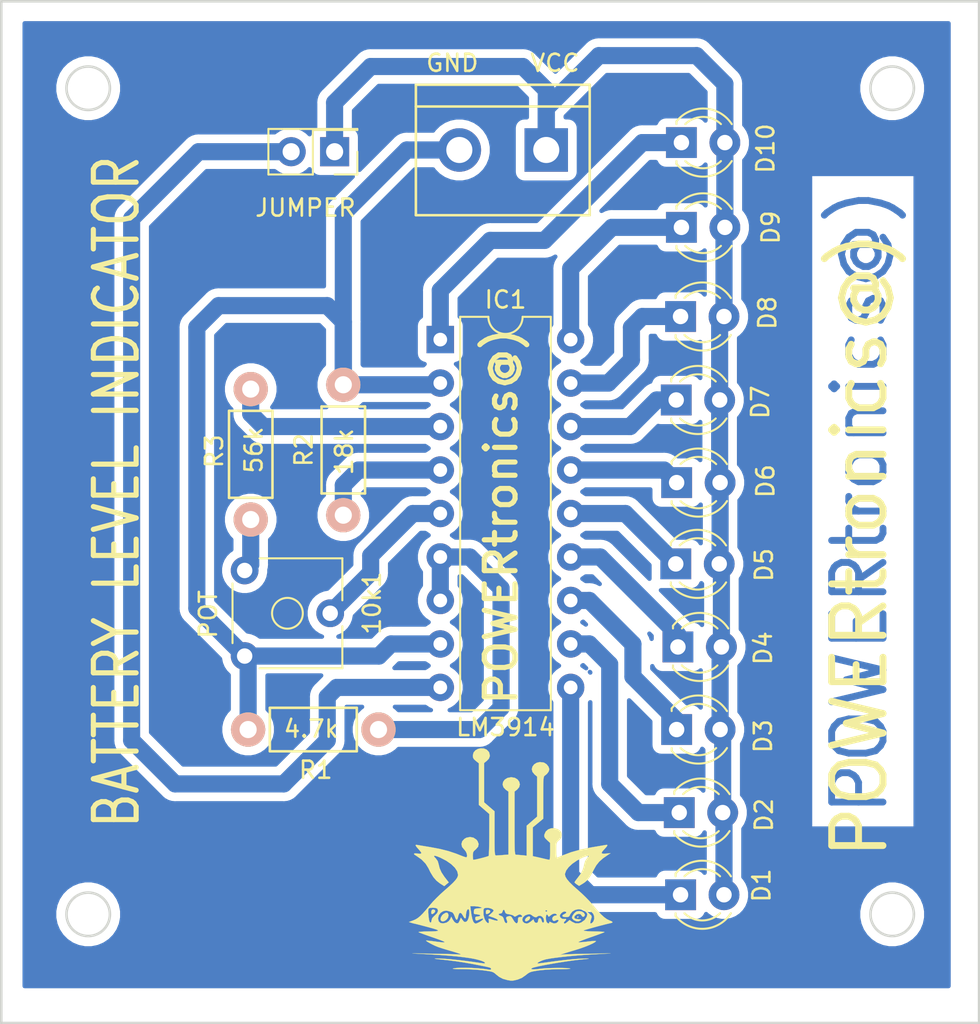
<source format=kicad_pcb>
(kicad_pcb (version 20171130) (host pcbnew "(5.1.6)-1")

  (general
    (thickness 1.6)
    (drawings 12)
    (tracks 106)
    (zones 0)
    (modules 18)
    (nets 19)
  )

  (page A4)
  (layers
    (0 F.Cu signal)
    (31 B.Cu signal)
    (32 B.Adhes user)
    (33 F.Adhes user)
    (34 B.Paste user)
    (35 F.Paste user)
    (36 B.SilkS user)
    (37 F.SilkS user)
    (38 B.Mask user)
    (39 F.Mask user)
    (40 Dwgs.User user)
    (41 Cmts.User user)
    (42 Eco1.User user)
    (43 Eco2.User user)
    (44 Edge.Cuts user)
    (45 Margin user)
    (46 B.CrtYd user)
    (47 F.CrtYd user)
    (48 B.Fab user)
    (49 F.Fab user)
  )

  (setup
    (last_trace_width 0.25)
    (user_trace_width 0.2)
    (user_trace_width 0.4)
    (user_trace_width 0.6)
    (user_trace_width 0.8)
    (user_trace_width 1)
    (trace_clearance 0.2)
    (zone_clearance 0.508)
    (zone_45_only no)
    (trace_min 0.2)
    (via_size 0.6)
    (via_drill 0.4)
    (via_min_size 0.4)
    (via_min_drill 0.3)
    (user_via 0.6 0.4)
    (user_via 0.8 0.6)
    (uvia_size 0.3)
    (uvia_drill 0.1)
    (uvias_allowed no)
    (uvia_min_size 0.2)
    (uvia_min_drill 0.1)
    (edge_width 0.3)
    (segment_width 0.2)
    (pcb_text_width 0.3)
    (pcb_text_size 1.5 1.5)
    (mod_edge_width 0.15)
    (mod_text_size 1 1)
    (mod_text_width 0.15)
    (pad_size 1.524 1.524)
    (pad_drill 0.762)
    (pad_to_mask_clearance 0.2)
    (aux_axis_origin 0 0)
    (visible_elements 7FFFFFFF)
    (pcbplotparams
      (layerselection 0x010f0_ffffffff)
      (usegerberextensions false)
      (usegerberattributes true)
      (usegerberadvancedattributes true)
      (creategerberjobfile true)
      (excludeedgelayer true)
      (linewidth 0.100000)
      (plotframeref false)
      (viasonmask false)
      (mode 1)
      (useauxorigin false)
      (hpglpennumber 1)
      (hpglpenspeed 20)
      (hpglpendiameter 15.000000)
      (psnegative false)
      (psa4output false)
      (plotreference true)
      (plotvalue true)
      (plotinvisibletext false)
      (padsonsilk false)
      (subtractmaskfromsilk false)
      (outputformat 1)
      (mirror false)
      (drillshape 0)
      (scaleselection 1)
      (outputdirectory "C:/Users/Meena/Desktop/all icons and files/MINI PROJECTS/BATTERY LEVEL INDICATOR/"))
  )

  (net 0 "")
  (net 1 "Net-(10k1-Pad3)")
  (net 2 "Net-(10k1-Pad2)")
  (net 3 "Net-(10k1-Pad1)")
  (net 4 "Net-(D1-Pad1)")
  (net 5 "Net-(D1-Pad2)")
  (net 6 "Net-(D2-Pad1)")
  (net 7 "Net-(D3-Pad1)")
  (net 8 "Net-(D4-Pad1)")
  (net 9 "Net-(D5-Pad1)")
  (net 10 "Net-(D6-Pad1)")
  (net 11 "Net-(D7-Pad1)")
  (net 12 "Net-(D8-Pad1)")
  (net 13 "Net-(D9-Pad1)")
  (net 14 "Net-(D10-Pad1)")
  (net 15 "Net-(IC1-Pad3)")
  (net 16 "Net-(IC1-Pad4)")
  (net 17 "Net-(IC1-Pad6)")
  (net 18 "Net-(IC1-Pad9)")

  (net_class Default "This is the default net class."
    (clearance 0.2)
    (trace_width 0.25)
    (via_dia 0.6)
    (via_drill 0.4)
    (uvia_dia 0.3)
    (uvia_drill 0.1)
    (add_net "Net-(10k1-Pad1)")
    (add_net "Net-(10k1-Pad2)")
    (add_net "Net-(10k1-Pad3)")
    (add_net "Net-(D1-Pad1)")
    (add_net "Net-(D1-Pad2)")
    (add_net "Net-(D10-Pad1)")
    (add_net "Net-(D2-Pad1)")
    (add_net "Net-(D3-Pad1)")
    (add_net "Net-(D4-Pad1)")
    (add_net "Net-(D5-Pad1)")
    (add_net "Net-(D6-Pad1)")
    (add_net "Net-(D7-Pad1)")
    (add_net "Net-(D8-Pad1)")
    (add_net "Net-(D9-Pad1)")
    (add_net "Net-(IC1-Pad3)")
    (add_net "Net-(IC1-Pad4)")
    (add_net "Net-(IC1-Pad6)")
    (add_net "Net-(IC1-Pad9)")
  )

  (module "LOGI:LOGO PT" (layer F.Cu) (tedit 0) (tstamp 5EE03105)
    (at 173 135.5)
    (fp_text reference G*** (at 0 0) (layer F.SilkS) hide
      (effects (font (size 1.524 1.524) (thickness 0.3)))
    )
    (fp_text value LOGO (at 0.75 0) (layer F.SilkS) hide
      (effects (font (size 1.524 1.524) (thickness 0.3)))
    )
    (fp_poly (pts (xy -4.152085 2.675869) (xy -4.127091 2.748119) (xy -4.174051 2.835798) (xy -4.192092 2.852362)
      (xy -4.291378 2.913888) (xy -4.348213 2.898531) (xy -4.361491 2.806747) (xy -4.359319 2.783417)
      (xy -4.331291 2.683621) (xy -4.267983 2.647315) (xy -4.242496 2.645834) (xy -4.152085 2.675869)) (layer F.SilkS) (width 0.01))
    (fp_poly (pts (xy 4.249737 3.073935) (xy 4.2418 3.090334) (xy 4.19615 3.130719) (xy 4.188001 3.132667)
      (xy 4.166182 3.099914) (xy 4.1656 3.090334) (xy 4.204652 3.049627) (xy 4.219398 3.048)
      (xy 4.249737 3.073935)) (layer F.SilkS) (width 0.01))
    (fp_poly (pts (xy 4.439025 2.769143) (xy 4.556647 2.840942) (xy 4.615394 2.938249) (xy 4.614294 2.989542)
      (xy 4.566877 3.063546) (xy 4.496862 3.076862) (xy 4.440887 3.024639) (xy 4.436637 3.013055)
      (xy 4.369816 2.926013) (xy 4.261854 2.89916) (xy 4.140618 2.930543) (xy 4.033971 3.018209)
      (xy 4.016741 3.042485) (xy 3.999203 3.131295) (xy 4.071642 3.191269) (xy 4.226337 3.216814)
      (xy 4.25818 3.217334) (xy 4.369491 3.222456) (xy 4.396599 3.244348) (xy 4.3688 3.280834)
      (xy 4.254585 3.336552) (xy 4.109931 3.331587) (xy 3.972731 3.267912) (xy 3.9624 3.259667)
      (xy 3.887663 3.182298) (xy 3.8608 3.128481) (xy 3.895166 3.018253) (xy 3.979156 2.893465)
      (xy 4.084107 2.791767) (xy 4.142446 2.758516) (xy 4.29135 2.736963) (xy 4.439025 2.769143)) (layer F.SilkS) (width 0.01))
    (fp_poly (pts (xy 1.414458 3.078684) (xy 1.415563 3.150924) (xy 1.370602 3.235001) (xy 1.329499 3.274272)
      (xy 1.217337 3.335588) (xy 1.142196 3.329712) (xy 1.1176 3.266228) (xy 1.156179 3.176753)
      (xy 1.245997 3.092808) (xy 1.348176 3.048979) (xy 1.3629 3.048) (xy 1.414458 3.078684)) (layer F.SilkS) (width 0.01))
    (fp_poly (pts (xy -0.943183 2.695438) (xy -0.912007 2.761873) (xy -0.951743 2.837994) (xy -1.012661 2.877177)
      (xy -1.114802 2.914844) (xy -1.158651 2.894949) (xy -1.168373 2.804586) (xy -1.1684 2.794)
      (xy -1.154732 2.703237) (xy -1.096628 2.670033) (xy -1.0414 2.667) (xy -0.943183 2.695438)) (layer F.SilkS) (width 0.01))
    (fp_poly (pts (xy -3.416414 2.841677) (xy -3.362471 2.919271) (xy -3.3528 3.005141) (xy -3.384375 3.127973)
      (xy -3.464517 3.236429) (xy -3.571353 3.31444) (xy -3.683009 3.345939) (xy -3.776134 3.316111)
      (xy -3.81823 3.227103) (xy -3.797195 3.106611) (xy -3.721946 2.982843) (xy -3.649248 2.914786)
      (xy -3.513579 2.839703) (xy -3.416414 2.841677)) (layer F.SilkS) (width 0.01))
    (fp_poly (pts (xy -1.277331 -6.757104) (xy -1.117159 -6.688983) (xy -0.996592 -6.562875) (xy -0.96718 -6.503165)
      (xy -0.933895 -6.321159) (xy -0.993473 -6.160494) (xy -1.121564 -6.029336) (xy -1.269707 -5.911061)
      (xy -1.268261 -4.760771) (xy -1.266816 -3.610482) (xy -0.963608 -3.349844) (xy -0.660401 -3.089207)
      (xy -0.6604 -1.798603) (xy -0.660128 -1.434093) (xy -0.658883 -1.145432) (xy -0.656022 -0.923805)
      (xy -0.650901 -0.760395) (xy -0.642878 -0.646385) (xy -0.63131 -0.572958) (xy -0.615553 -0.5313)
      (xy -0.594963 -0.512592) (xy -0.568899 -0.508019) (xy -0.566252 -0.508) (xy -0.466653 -0.512275)
      (xy -0.305335 -0.52335) (xy -0.159852 -0.535197) (xy 0.1524 -0.562394) (xy 0.1524 -4.238799)
      (xy 0.001727 -4.344451) (xy -0.13544 -4.486409) (xy -0.187536 -4.644574) (xy -0.162412 -4.80091)
      (xy -0.067917 -4.937378) (xy 0.0881 -5.035943) (xy 0.297791 -5.078567) (xy 0.321407 -5.079059)
      (xy 0.525408 -5.044103) (xy 0.682139 -4.949725) (xy 0.782643 -4.814918) (xy 0.81796 -4.658676)
      (xy 0.779133 -4.499993) (xy 0.6604 -4.360333) (xy 0.508 -4.241697) (xy 0.508 -2.396015)
      (xy 0.508205 -1.951873) (xy 0.509059 -1.585048) (xy 0.510915 -1.288189) (xy 0.514126 -1.053948)
      (xy 0.519047 -0.874976) (xy 0.526031 -0.743921) (xy 0.535433 -0.653435) (xy 0.547606 -0.596169)
      (xy 0.562905 -0.564772) (xy 0.581683 -0.551895) (xy 0.5969 -0.549965) (xy 0.696991 -0.544856)
      (xy 0.853973 -0.532227) (xy 0.9525 -0.522902) (xy 1.2192 -0.496207) (xy 1.2192 -2.250995)
      (xy 1.524 -2.515509) (xy 1.8288 -2.780024) (xy 1.8288 -3.947922) (xy 1.828799 -5.11582)
      (xy 1.6764 -5.24282) (xy 1.554522 -5.392293) (xy 1.518273 -5.549635) (xy 1.555328 -5.700227)
      (xy 1.653365 -5.82945) (xy 1.80006 -5.922685) (xy 1.983091 -5.965313) (xy 2.190135 -5.942716)
      (xy 2.249813 -5.923059) (xy 2.385358 -5.833612) (xy 2.491446 -5.697445) (xy 2.539486 -5.552498)
      (xy 2.54 -5.537971) (xy 2.500137 -5.407688) (xy 2.397582 -5.270755) (xy 2.275852 -5.172849)
      (xy 2.249367 -5.151486) (xy 2.228526 -5.116841) (xy 2.21266 -5.059497) (xy 2.201098 -4.970036)
      (xy 2.193173 -4.839041) (xy 2.188213 -4.657094) (xy 2.185551 -4.414778) (xy 2.184517 -4.102674)
      (xy 2.1844 -3.886033) (xy 2.1844 -2.654534) (xy 1.5748 -2.15124) (xy 1.5748 -1.310085)
      (xy 1.574799 -0.46893) (xy 1.7907 -0.421962) (xy 1.977476 -0.380045) (xy 2.188029 -0.331019)
      (xy 2.25712 -0.314497) (xy 2.408121 -0.279854) (xy 2.518038 -0.257964) (xy 2.54922 -0.254)
      (xy 2.565506 -0.293558) (xy 2.578799 -0.401156) (xy 2.587697 -0.560176) (xy 2.5908 -0.746286)
      (xy 2.5908 -1.238571) (xy 2.407385 -1.407753) (xy 2.298989 -1.51692) (xy 2.250568 -1.601007)
      (xy 2.246899 -1.691871) (xy 2.253221 -1.730384) (xy 2.329718 -1.904455) (xy 2.469549 -2.029608)
      (xy 2.650353 -2.098492) (xy 2.849772 -2.103756) (xy 3.045444 -2.03805) (xy 3.094902 -2.00707)
      (xy 3.197452 -1.919869) (xy 3.242381 -1.825198) (xy 3.2512 -1.70748) (xy 3.235379 -1.565446)
      (xy 3.173323 -1.460074) (xy 3.0988 -1.390487) (xy 3.030638 -1.330405) (xy 2.9866 -1.273696)
      (xy 2.961419 -1.200725) (xy 2.949827 -1.091854) (xy 2.946558 -0.927445) (xy 2.9464 -0.822243)
      (xy 2.94995 -0.640501) (xy 2.959548 -0.495122) (xy 2.973611 -0.403658) (xy 2.986162 -0.381)
      (xy 3.047582 -0.399563) (xy 3.172521 -0.4485) (xy 3.335278 -0.517684) (xy 3.354462 -0.526129)
      (xy 3.814893 -0.700009) (xy 4.357858 -0.850449) (xy 4.990979 -0.979511) (xy 5.102578 -0.998552)
      (xy 5.350104 -1.039991) (xy 5.569868 -1.077226) (xy 5.737807 -1.106149) (xy 5.8293 -1.122548)
      (xy 5.914416 -1.128747) (xy 5.934629 -1.097196) (xy 5.88795 -1.020379) (xy 5.77239 -0.890777)
      (xy 5.766293 -0.884374) (xy 5.644517 -0.748209) (xy 5.596292 -0.663638) (xy 5.62476 -0.621211)
      (xy 5.733069 -0.611478) (xy 5.8547 -0.618776) (xy 6.1214 -0.640897) (xy 5.969 -0.543886)
      (xy 5.674493 -0.339582) (xy 5.453378 -0.142669) (xy 5.283911 0.06918) (xy 5.159367 0.287446)
      (xy 5.015571 0.562745) (xy 4.88676 0.771603) (xy 4.761158 0.929252) (xy 4.626988 1.050929)
      (xy 4.506495 1.132053) (xy 4.278557 1.268464) (xy 4.145878 1.181493) (xy 4.055076 1.112432)
      (xy 4.013478 1.06197) (xy 4.0132 1.059515) (xy 4.039815 1.008774) (xy 4.109286 0.910823)
      (xy 4.197652 0.798004) (xy 4.365742 0.573498) (xy 4.476454 0.374555) (xy 4.545928 0.168303)
      (xy 4.573756 0.031976) (xy 4.638611 -0.1875) (xy 4.751858 -0.348426) (xy 4.833098 -0.444262)
      (xy 4.833259 -0.489924) (xy 4.753193 -0.485304) (xy 4.593754 -0.430295) (xy 4.481411 -0.382475)
      (xy 4.163241 -0.21751) (xy 3.889389 -0.029144) (xy 3.67218 0.170839) (xy 3.523942 0.370654)
      (xy 3.457001 0.558517) (xy 3.4544 0.599374) (xy 3.481599 0.722922) (xy 3.567024 0.87037)
      (xy 3.716417 1.048603) (xy 3.935518 1.264507) (xy 4.2164 1.513295) (xy 4.442308 1.715748)
      (xy 4.675209 1.940232) (xy 4.889275 2.16092) (xy 5.058677 2.351987) (xy 5.074317 2.371128)
      (xy 5.329121 2.676234) (xy 5.546362 2.912712) (xy 5.733696 3.087755) (xy 5.898776 3.208552)
      (xy 6.040867 3.279205) (xy 6.187772 3.342329) (xy 6.239201 3.388821) (xy 6.197579 3.424705)
      (xy 6.1087 3.447888) (xy 5.964937 3.479999) (xy 5.769527 3.528033) (xy 5.541284 3.58685)
      (xy 5.299024 3.651309) (xy 5.061561 3.71627) (xy 4.84771 3.776593) (xy 4.676286 3.827137)
      (xy 4.566104 3.862761) (xy 4.534917 3.877875) (xy 4.609793 3.898372) (xy 4.772195 3.915169)
      (xy 5.008101 3.927328) (xy 5.303491 3.933912) (xy 5.38226 3.934561) (xy 5.569463 3.939409)
      (xy 5.703491 3.95028) (xy 5.764333 3.9652) (xy 5.76326 3.972191) (xy 5.702133 3.999452)
      (xy 5.563602 4.052557) (xy 5.364343 4.125379) (xy 5.121032 4.211795) (xy 4.9276 4.279108)
      (xy 4.674852 4.368924) (xy 4.468019 4.4475) (xy 4.319846 4.509565) (xy 4.243075 4.549845)
      (xy 4.2418 4.562861) (xy 4.335385 4.562148) (xy 4.500608 4.55013) (xy 4.708828 4.529119)
      (xy 4.814865 4.516614) (xy 5.027907 4.494015) (xy 5.183072 4.485089) (xy 5.26335 4.490524)
      (xy 5.270365 4.498253) (xy 5.206602 4.55785) (xy 5.064299 4.638035) (xy 4.860772 4.731324)
      (xy 4.613331 4.830231) (xy 4.339292 4.927271) (xy 4.1148 4.997861) (xy 3.868903 5.07129)
      (xy 3.641197 5.140531) (xy 3.458314 5.197411) (xy 3.3528 5.231708) (xy 3.175 5.292754)
      (xy 3.429 5.271977) (xy 3.552182 5.265236) (xy 3.758944 5.257678) (xy 4.031278 5.249795)
      (xy 4.351176 5.242082) (xy 4.700629 5.235034) (xy 4.9022 5.231566) (xy 6.1214 5.211932)
      (xy 5.101067 5.269309) (xy 4.63175 5.299216) (xy 4.160893 5.335691) (xy 3.704868 5.376989)
      (xy 3.280047 5.421362) (xy 2.902803 5.467064) (xy 2.589509 5.512351) (xy 2.356536 5.555475)
      (xy 2.306148 5.567375) (xy 2.157343 5.613434) (xy 2.019258 5.669672) (xy 1.9109 5.725792)
      (xy 1.851273 5.771499) (xy 1.859381 5.796498) (xy 1.8796 5.798445) (xy 1.957866 5.791717)
      (xy 2.112992 5.772946) (xy 2.321843 5.745083) (xy 2.54 5.714181) (xy 2.950337 5.658325)
      (xy 3.366791 5.608476) (xy 3.768631 5.566606) (xy 4.135124 5.534686) (xy 4.445541 5.514689)
      (xy 4.67915 5.508587) (xy 4.698688 5.508838) (xy 4.80928 5.512453) (xy 4.844652 5.518891)
      (xy 4.798563 5.529451) (xy 4.664775 5.545432) (xy 4.437046 5.568132) (xy 4.3942 5.572216)
      (xy 4.11074 5.60332) (xy 3.783396 5.646127) (xy 3.428357 5.697822) (xy 3.061812 5.755593)
      (xy 2.69995 5.816627) (xy 2.358959 5.878109) (xy 2.055029 5.937228) (xy 1.804347 5.991169)
      (xy 1.623103 6.037119) (xy 1.532273 6.06956) (xy 1.47984 6.114175) (xy 1.516577 6.14075)
      (xy 1.632092 6.148126) (xy 1.815996 6.135142) (xy 1.956235 6.11689) (xy 2.164018 6.093976)
      (xy 2.42565 6.076756) (xy 2.717247 6.065506) (xy 3.014927 6.060503) (xy 3.294804 6.062024)
      (xy 3.532997 6.070345) (xy 3.705621 6.085744) (xy 3.7592 6.096) (xy 3.762575 6.109245)
      (xy 3.672228 6.120437) (xy 3.49602 6.129083) (xy 3.24181 6.134687) (xy 3.1242 6.135934)
      (xy 2.689441 6.146733) (xy 2.285368 6.170816) (xy 1.943655 6.206161) (xy 1.8796 6.215308)
      (xy 1.651853 6.251844) (xy 1.495638 6.285666) (xy 1.382194 6.327595) (xy 1.282758 6.38845)
      (xy 1.168569 6.479049) (xy 1.1604 6.485851) (xy 0.934805 6.642657) (xy 0.698104 6.738223)
      (xy 0.65588 6.749363) (xy 0.489035 6.789099) (xy 0.375906 6.806256) (xy 0.27282 6.802378)
      (xy 0.136105 6.779009) (xy 0.087249 6.769457) (xy -0.174045 6.697725) (xy -0.390066 6.585354)
      (xy -0.567357 6.444519) (xy -0.653938 6.37003) (xy -0.733244 6.318447) (xy -0.829132 6.282045)
      (xy -0.965456 6.2531) (xy -1.166072 6.223887) (xy -1.303957 6.205995) (xy -1.581846 6.177524)
      (xy -1.916533 6.153989) (xy -2.263252 6.138052) (xy -2.54 6.132441) (xy -2.819108 6.129472)
      (xy -3.00186 6.123238) (xy -3.093443 6.113337) (xy -3.099042 6.09937) (xy -3.0734 6.091276)
      (xy -2.894464 6.064889) (xy -2.639276 6.051572) (xy -2.331801 6.050467) (xy -1.996004 6.060717)
      (xy -1.655849 6.081463) (xy -1.335302 6.111849) (xy -1.058326 6.151017) (xy -0.9779 6.166272)
      (xy -0.88614 6.167439) (xy -0.8636 6.126285) (xy -0.869194 6.090842) (xy -0.896916 6.062286)
      (xy -0.963181 6.035096) (xy -1.084403 6.003752) (xy -1.276995 5.962733) (xy -1.458377 5.926242)
      (xy -1.989383 5.823775) (xy -2.455759 5.74207) (xy -2.889645 5.676092) (xy -3.32318 5.620804)
      (xy -3.6068 5.58959) (xy -3.880179 5.560108) (xy -4.058247 5.538376) (xy -4.146738 5.52331)
      (xy -4.151387 5.513826) (xy -4.077927 5.508839) (xy -4.038289 5.508008) (xy -3.813282 5.51294)
      (xy -3.509458 5.531876) (xy -3.147767 5.562813) (xy -2.749161 5.603753) (xy -2.334592 5.652692)
      (xy -1.925009 5.707631) (xy -1.8796 5.714181) (xy -1.612 5.752969) (xy -1.428618 5.778518)
      (xy -1.313551 5.791977) (xy -1.250896 5.794498) (xy -1.224749 5.787234) (xy -1.219208 5.771334)
      (xy -1.2192 5.761996) (xy -1.265896 5.713768) (xy -1.392854 5.656574) (xy -1.580385 5.596623)
      (xy -1.808795 5.540124) (xy -2.058394 5.493288) (xy -2.083705 5.489383) (xy -2.48055 5.434023)
      (xy -2.892014 5.386463) (xy -3.339482 5.344724) (xy -3.844343 5.306825) (xy -4.427984 5.270784)
      (xy -4.4704 5.268389) (xy -5.461 5.212736) (xy -4.2418 5.231467) (xy -3.88557 5.237729)
      (xy -3.55059 5.245086) (xy -3.254431 5.253038) (xy -3.014662 5.261085) (xy -2.848854 5.268726)
      (xy -2.794 5.272724) (xy -2.668769 5.280689) (xy -2.628142 5.270883) (xy -2.6749 5.241999)
      (xy -2.811826 5.192736) (xy -3.041701 5.121787) (xy -3.237251 5.064865) (xy -3.479459 4.9936)
      (xy -3.712362 4.921924) (xy -3.902508 4.860275) (xy -3.982511 4.832311) (xy -4.1256 4.772967)
      (xy -4.28609 4.696581) (xy -4.441719 4.615222) (xy -4.570222 4.540953) (xy -4.649335 4.485842)
      (xy -4.662374 4.463867) (xy -4.607533 4.463454) (xy -4.476014 4.47517) (xy -4.291257 4.496727)
      (xy -4.188904 4.510119) (xy -3.904122 4.546861) (xy -3.706138 4.567083) (xy -3.596142 4.568794)
      (xy -3.575328 4.550003) (xy -3.64489 4.508715) (xy -3.806018 4.44294) (xy -4.059907 4.350686)
      (xy -4.3434 4.252073) (xy -4.594878 4.164345) (xy -4.813891 4.085732) (xy -4.982728 4.022762)
      (xy -5.083678 3.981964) (xy -5.102861 3.972144) (xy -5.076711 3.95704) (xy -4.96786 3.944147)
      (xy -4.795207 3.935124) (xy -4.645661 3.931992) (xy -4.323383 3.926756) (xy -4.10194 3.916592)
      (xy -3.980599 3.898731) (xy -3.958627 3.8704) (xy -4.035292 3.828831) (xy -4.209862 3.771251)
      (xy -4.481604 3.694892) (xy -4.576243 3.669437) (xy -4.834457 3.600897) (xy -5.057569 3.542634)
      (xy -5.228132 3.499129) (xy -5.3287 3.474863) (xy -5.347636 3.471334) (xy -5.412284 3.457397)
      (xy -5.521193 3.424862) (xy -5.6642 3.37839) (xy -5.402805 3.281042) (xy -5.269729 3.222203)
      (xy -5.141065 3.14244) (xy -5.006021 3.031718) (xy -4.853807 2.880005) (xy -4.798032 2.817246)
      (xy -4.537064 2.817246) (xy -4.516661 3.055223) (xy -4.490284 3.25162) (xy -4.455609 3.369686)
      (xy -4.408028 3.416324) (xy -4.364208 3.389338) (xy -4.340813 3.286534) (xy -4.340223 3.271376)
      (xy -4.311903 3.179467) (xy -3.9624 3.179467) (xy -3.926295 3.337205) (xy -3.82611 3.433467)
      (xy -3.674043 3.462706) (xy -3.482291 3.419376) (xy -3.457385 3.40912) (xy -3.335769 3.323142)
      (xy -3.251981 3.208036) (xy -3.190946 3.069167) (xy -3.09932 3.242877) (xy -3.004752 3.376898)
      (xy -2.900808 3.450874) (xy -2.803108 3.454255) (xy -2.793122 3.449715) (xy -2.750627 3.398299)
      (xy -2.700162 3.299463) (xy -2.690678 3.276483) (xy -2.630743 3.125146) (xy -2.535318 3.255906)
      (xy -2.454941 3.351828) (xy -2.388794 3.381846) (xy -2.309056 3.357131) (xy -2.297772 3.351292)
      (xy -2.236448 3.284436) (xy -2.18655 3.168487) (xy -2.150952 3.025522) (xy -2.13253 2.877618)
      (xy -2.134157 2.74685) (xy -2.15871 2.655295) (xy -2.203154 2.624667) (xy -2.255591 2.663756)
      (xy -2.299152 2.768119) (xy -2.327899 2.918396) (xy -2.336241 3.058584) (xy -2.351872 3.151558)
      (xy -2.393062 3.166268) (xy -2.45317 3.104753) (xy -2.508673 3.005667) (xy -2.587813 2.882856)
      (xy -2.663346 2.840448) (xy -2.72709 2.878772) (xy -2.770257 2.995084) (xy -2.811033 3.160219)
      (xy -2.85262 3.241085) (xy -2.897991 3.238059) (xy -2.950119 3.151521) (xy -2.998129 3.02407)
      (xy -3.052685 2.904621) (xy -3.116213 2.824403) (xy -3.144797 2.808223) (xy -3.260696 2.770301)
      (xy -3.314011 2.748577) (xy -3.492161 2.710671) (xy -3.664155 2.744797) (xy -3.811867 2.838912)
      (xy -3.917173 2.980969) (xy -3.961948 3.158924) (xy -3.9624 3.179467) (xy -4.311903 3.179467)
      (xy -4.30341 3.151905) (xy -4.189553 3.027276) (xy -4.149723 2.994726) (xy -4.01315 2.855455)
      (xy -3.961872 2.724946) (xy -3.999371 2.614325) (xy -4.02336 2.5908) (xy -4.119799 2.554885)
      (xy -4.264222 2.541411) (xy -4.408207 2.551026) (xy -4.503332 2.584377) (xy -4.503346 2.584388)
      (xy -4.53263 2.660089) (xy -4.537064 2.817246) (xy -4.798032 2.817246) (xy -4.673629 2.677266)
      (xy -4.489445 2.455334) (xy -2.078014 2.455334) (xy -2.050787 2.677584) (xy -2.007371 2.978786)
      (xy -1.959369 3.202046) (xy -1.904306 3.354072) (xy -1.839712 3.441569) (xy -1.763114 3.471245)
      (xy -1.758173 3.471334) (xy -1.68349 3.449073) (xy -1.563867 3.393021) (xy -1.510393 3.363974)
      (xy -1.372096 3.27034) (xy -1.320171 3.203978) (xy -1.348736 3.175067) (xy -1.451908 3.193781)
      (xy -1.5781 3.246858) (xy -1.695745 3.294867) (xy -1.757058 3.282164) (xy -1.785444 3.200508)
      (xy -1.789605 3.172385) (xy -1.784409 3.100062) (xy -1.724171 3.066793) (xy -1.635217 3.05571)
      (xy -1.516815 3.031454) (xy -1.488789 2.993825) (xy -1.544947 2.955763) (xy -1.679097 2.930208)
      (xy -1.695901 2.928885) (xy -1.819449 2.914988) (xy -1.869266 2.879103) (xy -1.873045 2.794259)
      (xy -1.869774 2.759552) (xy -1.861838 2.708212) (xy -1.312166 2.708212) (xy -1.308129 2.954766)
      (xy -1.246797 3.188853) (xy -1.166162 3.337225) (xy -1.078308 3.429141) (xy -1.014692 3.444383)
      (xy -0.988031 3.385748) (xy -0.998614 3.300359) (xy -1.015279 3.216437) (xy -0.998116 3.183204)
      (xy -0.926561 3.194405) (xy -0.795236 3.2385) (xy -0.655132 3.28021) (xy -0.544365 3.301352)
      (xy -0.530799 3.302) (xy -0.463264 3.286351) (xy -0.477625 3.245641) (xy -0.562953 3.189229)
      (xy -0.708318 3.126472) (xy -0.75484 3.11019) (xy -1.019713 3.021461) (xy -0.929987 2.943219)
      (xy -0.425772 2.943219) (xy -0.3555 2.994611) (xy -0.310076 3.010478) (xy -0.195905 3.062686)
      (xy -0.137411 3.152555) (xy -0.121842 3.210466) (xy -0.075133 3.355964) (xy -0.015531 3.436814)
      (xy 0.049497 3.444172) (xy 0.06614 3.43315) (xy 0.086138 3.357516) (xy 0.05324 3.264577)
      (xy 0.013953 3.146824) (xy 0.048862 3.077359) (xy 0.16718 3.039389) (xy 0.17773 3.03765)
      (xy 0.260365 3.035225) (xy 0.321381 3.07195) (xy 0.384262 3.165424) (xy 0.409056 3.211031)
      (xy 0.507242 3.366943) (xy 0.592385 3.446971) (xy 0.658587 3.450216) (xy 0.699951 3.375775)
      (xy 0.7112 3.257168) (xy 0.712165 3.242635) (xy 0.958108 3.242635) (xy 0.99341 3.357043)
      (xy 1.090968 3.440209) (xy 1.227992 3.470046) (xy 1.315378 3.442607) (xy 1.429439 3.372581)
      (xy 1.464106 3.345399) (xy 1.615227 3.219464) (xy 1.646781 3.324232) (xy 1.702653 3.404979)
      (xy 1.783028 3.432553) (xy 1.853599 3.405556) (xy 1.880377 3.33375) (xy 1.90422 3.209311)
      (xy 1.959088 3.150141) (xy 2.023808 3.159762) (xy 2.07721 3.241695) (xy 2.091198 3.298684)
      (xy 2.128343 3.391046) (xy 2.181498 3.419052) (xy 2.224718 3.379774) (xy 2.2352 3.314947)
      (xy 2.204632 3.176164) (xy 2.155381 3.110702) (xy 2.338447 3.110702) (xy 2.344942 3.237434)
      (xy 2.370405 3.349866) (xy 2.389387 3.38945) (xy 2.457185 3.458067) (xy 2.515902 3.463374)
      (xy 2.54 3.405433) (xy 2.549182 3.363198) (xy 2.594713 3.373139) (xy 2.652903 3.405433)
      (xy 2.80767 3.465231) (xy 2.939841 3.445223) (xy 3.019703 3.389334) (xy 3.081344 3.304065)
      (xy 3.06479 3.254093) (xy 2.984848 3.256252) (xy 2.92552 3.282258) (xy 2.834085 3.323057)
      (xy 2.776466 3.310349) (xy 2.742901 3.280534) (xy 2.708228 3.18951) (xy 2.743021 3.091562)
      (xy 2.820538 3.026993) (xy 3.1496 3.026993) (xy 3.191267 3.124412) (xy 3.290662 3.192219)
      (xy 3.409377 3.206653) (xy 3.431342 3.201276) (xy 3.509678 3.197152) (xy 3.524204 3.240388)
      (xy 3.470933 3.309911) (xy 3.4544 3.323167) (xy 3.389695 3.397354) (xy 3.39454 3.454318)
      (xy 3.448542 3.471334) (xy 3.506563 3.443341) (xy 3.595832 3.375121) (xy 3.605259 3.366866)
      (xy 3.72303 3.262399) (xy 3.872012 3.366866) (xy 4.060251 3.455084) (xy 4.254951 3.458904)
      (xy 4.411761 3.40426) (xy 4.613219 3.257974) (xy 4.733028 3.061607) (xy 4.747144 3.015742)
      (xy 4.759173 2.916159) (xy 4.720263 2.835928) (xy 4.647861 2.767868) (xy 4.789195 2.767868)
      (xy 4.79472 2.817958) (xy 4.890149 2.904167) (xy 4.907333 2.916805) (xy 4.998331 3.002608)
      (xy 5.014245 3.089812) (xy 5.005854 3.125523) (xy 4.956856 3.299651) (xy 4.935784 3.405611)
      (xy 4.941807 3.456436) (xy 4.974097 3.465164) (xy 4.984384 3.4628) (xy 5.058826 3.413022)
      (xy 5.117351 3.34099) (xy 5.168664 3.193825) (xy 5.162023 3.039275) (xy 5.106576 2.899409)
      (xy 5.011469 2.796299) (xy 4.885849 2.752013) (xy 4.873112 2.751667) (xy 4.789195 2.767868)
      (xy 4.647861 2.767868) (xy 4.63072 2.751755) (xy 4.45214 2.655598) (xy 4.251956 2.629443)
      (xy 4.054948 2.66796) (xy 3.885894 2.765822) (xy 3.769573 2.9177) (xy 3.760497 2.93889)
      (xy 3.711394 3.037751) (xy 3.644362 3.080525) (xy 3.519908 3.090285) (xy 3.50126 3.090334)
      (xy 3.35722 3.071881) (xy 3.299264 3.025378) (xy 3.332696 2.964104) (xy 3.430315 2.912798)
      (xy 3.522514 2.855499) (xy 3.529892 2.798376) (xy 3.450054 2.761167) (xy 3.448741 2.760952)
      (xy 3.348057 2.781957) (xy 3.244658 2.855577) (xy 3.169276 2.954478) (xy 3.1496 3.026993)
      (xy 2.820538 3.026993) (xy 2.827911 3.020852) (xy 2.898744 3.005667) (xy 2.975576 2.985768)
      (xy 2.977872 2.942458) (xy 2.914794 2.900319) (xy 2.854277 2.886388) (xy 2.731888 2.910271)
      (xy 2.62126 2.98395) (xy 2.538187 3.054446) (xy 2.496668 3.065962) (xy 2.470279 3.022445)
      (xy 2.464446 3.007364) (xy 2.42044 2.948011) (xy 2.383942 2.944051) (xy 2.351315 3.002098)
      (xy 2.338447 3.110702) (xy 2.155381 3.110702) (xy 2.12642 3.072209) (xy 2.020801 3.015472)
      (xy 1.908011 3.018344) (xy 1.830688 3.067271) (xy 1.764275 3.106328) (xy 1.674652 3.084755)
      (xy 1.659367 3.077854) (xy 1.556875 3.017106) (xy 1.508775 2.973917) (xy 1.418722 2.926999)
      (xy 1.28351 2.932285) (xy 1.135286 2.987042) (xy 1.09905 3.008739) (xy 0.991256 3.119146)
      (xy 0.958108 3.242635) (xy 0.712165 3.242635) (xy 0.718377 3.149096) (xy 0.752057 3.101472)
      (xy 0.83046 3.090362) (xy 0.8382 3.090334) (xy 0.943224 3.073162) (xy 0.954416 3.024927)
      (xy 0.886875 2.961864) (xy 0.818447 2.933851) (xy 0.736743 2.955749) (xy 0.660663 2.998811)
      (xy 0.558391 3.054802) (xy 0.502375 3.058842) (xy 0.469757 3.025869) (xy 0.396449 2.980131)
      (xy 0.262716 2.940583) (xy 0.200932 2.929689) (xy 0.057796 2.902507) (xy -0.01472 2.861797)
      (xy -0.047359 2.788282) (xy -0.051036 2.771699) (xy -0.063671 2.741795) (xy 2.307292 2.741795)
      (xy 2.314081 2.755283) (xy 2.375753 2.776256) (xy 2.391938 2.770599) (xy 2.417107 2.719205)
      (xy 2.410318 2.705718) (xy 2.348646 2.684744) (xy 2.332461 2.690401) (xy 2.307292 2.741795)
      (xy -0.063671 2.741795) (xy -0.09086 2.677452) (xy -0.141704 2.662618) (xy -0.184149 2.727222)
      (xy -0.193875 2.771517) (xy -0.238695 2.859622) (xy -0.305177 2.878667) (xy -0.408756 2.89806)
      (xy -0.425772 2.943219) (xy -0.929987 2.943219) (xy -0.865457 2.886949) (xy -0.771094 2.795885)
      (xy -0.716563 2.726264) (xy -0.7112 2.710695) (xy -0.756016 2.646951) (xy -0.867228 2.589846)
      (xy -1.009984 2.553054) (xy -1.126705 2.547678) (xy -1.242352 2.566589) (xy -1.293894 2.616936)
      (xy -1.312166 2.708212) (xy -1.861838 2.708212) (xy -1.855442 2.666846) (xy -1.81808 2.61777)
      (xy -1.73002 2.59392) (xy -1.6002 2.580242) (xy -1.453424 2.565541) (xy -1.396459 2.552232)
      (xy -1.418081 2.532821) (xy -1.489208 2.506159) (xy -1.633304 2.473537) (xy -1.811867 2.456194)
      (xy -1.855114 2.455334) (xy -2.078014 2.455334) (xy -4.489445 2.455334) (xy -4.454698 2.413467)
      (xy -4.408862 2.356893) (xy -4.257445 2.184332) (xy -4.057036 1.976933) (xy -3.831746 1.758657)
      (xy -3.605684 1.553464) (xy -3.564816 1.518089) (xy -3.291413 1.278271) (xy -3.086526 1.085098)
      (xy -2.942296 0.929377) (xy -2.850866 0.801916) (xy -2.804377 0.693522) (xy -2.794261 0.616616)
      (xy -2.841831 0.415932) (xy -2.978832 0.206393) (xy -3.19549 -0.00259) (xy -3.48203 -0.201608)
      (xy -3.828674 -0.38125) (xy -3.832652 -0.383024) (xy -4.027603 -0.461331) (xy -4.152216 -0.492981)
      (xy -4.202176 -0.478519) (xy -4.173167 -0.418495) (xy -4.102596 -0.348808) (xy -3.982087 -0.182558)
      (xy -3.933973 -0.021166) (xy -3.868799 0.240917) (xy -3.761587 0.480069) (xy -3.596078 0.730523)
      (xy -3.5457 0.796342) (xy -3.336465 1.063963) (xy -3.468183 1.173728) (xy -3.5999 1.283492)
      (xy -3.8548 1.121502) (xy -4.058589 0.961223) (xy -4.240248 0.749244) (xy -4.409006 0.473358)
      (xy -4.524137 0.236271) (xy -4.688528 -0.027739) (xy -4.927537 -0.274053) (xy -5.207831 -0.471466)
      (xy -5.337948 -0.555521) (xy -5.374138 -0.607678) (xy -5.315977 -0.629154) (xy -5.163044 -0.621169)
      (xy -5.1562 -0.620397) (xy -5.012928 -0.610275) (xy -4.944447 -0.627845) (xy -4.948818 -0.682886)
      (xy -5.024101 -0.785175) (xy -5.1054 -0.87646) (xy -5.22242 -1.011506) (xy -5.272812 -1.09244)
      (xy -5.258701 -1.127485) (xy -5.182208 -1.124866) (xy -5.1689 -1.122405) (xy -5.076754 -1.106012)
      (xy -4.908161 -1.077378) (xy -4.686411 -1.040413) (xy -4.434793 -0.999029) (xy -4.412627 -0.995409)
      (xy -3.852306 -0.890196) (xy -3.361373 -0.766514) (xy -2.908314 -0.615793) (xy -2.674071 -0.522562)
      (xy -2.505069 -0.456161) (xy -2.372571 -0.41256) (xy -2.300644 -0.399468) (xy -2.295509 -0.401298)
      (xy -2.263368 -0.480773) (xy -2.279618 -0.600528) (xy -2.334973 -0.731145) (xy -2.420145 -0.843203)
      (xy -2.440784 -0.861489) (xy -2.560769 -1.011261) (xy -2.594796 -1.178438) (xy -2.547266 -1.341716)
      (xy -2.422582 -1.479793) (xy -2.299088 -1.547198) (xy -2.092378 -1.587088) (xy -1.895156 -1.548911)
      (xy -1.727513 -1.438805) (xy -1.655771 -1.350694) (xy -1.58926 -1.180274) (xy -1.621327 -1.020821)
      (xy -1.753377 -0.866656) (xy -1.78091 -0.844402) (xy -1.869373 -0.76428) (xy -1.914156 -0.680696)
      (xy -1.929402 -0.560212) (xy -1.9304 -0.491015) (xy -1.925227 -0.362184) (xy -1.911862 -0.276103)
      (xy -1.898411 -0.254) (xy -1.810444 -0.265903) (xy -1.662895 -0.296845) (xy -1.483668 -0.339671)
      (xy -1.30067 -0.387228) (xy -1.141805 -0.432362) (xy -1.034978 -0.46792) (xy -1.006565 -0.482628)
      (xy -0.997455 -0.534539) (xy -0.988997 -0.659967) (xy -0.981534 -0.847763) (xy -0.975409 -1.086778)
      (xy -0.970964 -1.365862) (xy -0.968541 -1.673866) (xy -0.968359 -1.726752) (xy -0.964988 -2.928144)
      (xy -1.269894 -3.192751) (xy -1.5748 -3.457357) (xy -1.5748 -4.673688) (xy -1.574801 -5.890019)
      (xy -1.752601 -6.029758) (xy -1.867511 -6.134297) (xy -1.919337 -6.232551) (xy -1.9304 -6.347672)
      (xy -1.890147 -6.518157) (xy -1.783517 -6.647765) (xy -1.631707 -6.733074) (xy -1.455913 -6.770661)
      (xy -1.277331 -6.757104)) (layer F.SilkS) (width 0.01))
  )

  (module Potentiometers:Potentiometer_Trimmer_ACP_CA6v_Horizontal (layer F.Cu) (tedit 5EC0E537) (tstamp 5EC0E33D)
    (at 157.734 123.3424)
    (descr "Potentiometer, horizontally mounted, Omeg PC16PU, Omeg PC16PU, Omeg PC16PU, Vishay/Spectrol 248GJ/249GJ Single, Vishay/Spectrol 248GJ/249GJ Single, Vishay/Spectrol 248GJ/249GJ Single, Vishay/Spectrol 248GH/249GH Single, Vishay/Spectrol 148/149 Single, Vishay/Spectrol 148/149 Single, Vishay/Spectrol 148/149 Single, Vishay/Spectrol 148A/149A Single with mounting plates, Vishay/Spectrol 148/149 Double, Vishay/Spectrol 148A/149A Double with mounting plates, Piher PC-16 Single, Piher PC-16 Single, Piher PC-16 Single, Piher PC-16SV Single, Piher PC-16 Double, Piher PC-16 Triple, Piher T16H Single, Piher T16L Single, Piher T16H Double, Alps RK163 Single, Alps RK163 Double, Alps RK097 Single, Alps RK097 Double, Bourns PTV09A-2 Single with mounting sleve Single, Bourns PTV09A-1 with mounting sleve Single, Bourns PRS11S Single, Alps RK09K Single with mounting sleve Single, Alps RK09K with mounting sleve Single, Alps RK09L Single, Alps RK09L Single, Alps RK09L Double, Alps RK09L Double, Alps RK09Y Single, Bourns 3339S Single, Bourns 3339S Single, Bourns 3339P Single, Bourns 3339H Single, Vishay T7YA Single, Suntan TSR-3386H Single, Suntan TSR-3386H Single, Suntan TSR-3386P Single, Vishay T73XX Single, Vishay T73XX Single, Vishay T73YP Single, Piher PT-6h Single, Piher PT-6v Single, Piher PT-6v Single, Piher PT-10h2.5 Single, Piher PT-10h5 Single, Piher PT-101h3.8 Single, Piher PT-10v10 Single, Piher PT-10v10 Single, Piher PT-10v5 Single, Piher PT-15h5 Single, Piher PT-15h2.5 Single, Piher PT-15B Single, Piher PT-15hc5 Single, Piher PT-15v12.5 Single, Piher PT-15v12.5 Single, Piher PT-15v15 Single, Piher PT-15v15 Single, ACP CA6h Single, ACP CA6v Single, http://www.acptechnologies.com/wp-content/uploads/2016/12/ACP-CAT%C3%81LOGO-ENTERO-2016.pdf")
    (tags "Potentiometer horizontal  Omeg PC16PU  Omeg PC16PU  Omeg PC16PU  Vishay/Spectrol 248GJ/249GJ Single  Vishay/Spectrol 248GJ/249GJ Single  Vishay/Spectrol 248GJ/249GJ Single  Vishay/Spectrol 248GH/249GH Single  Vishay/Spectrol 148/149 Single  Vishay/Spectrol 148/149 Single  Vishay/Spectrol 148/149 Single  Vishay/Spectrol 148A/149A Single with mounting plates  Vishay/Spectrol 148/149 Double  Vishay/Spectrol 148A/149A Double with mounting plates  Piher PC-16 Single  Piher PC-16 Single  Piher PC-16 Single  Piher PC-16SV Single  Piher PC-16 Double  Piher PC-16 Triple  Piher T16H Single  Piher T16L Single  Piher T16H Double  Alps RK163 Single  Alps RK163 Double  Alps RK097 Single  Alps RK097 Double  Bourns PTV09A-2 Single with mounting sleve Single  Bourns PTV09A-1 with mounting sleve Single  Bourns PRS11S Single  Alps RK09K Single with mounting sleve Single  Alps RK09K with mounting sleve Single  Alps RK09L Single  Alps RK09L Single  Alps RK09L Double  Alps RK09L Double  Alps RK09Y Single  Bourns 3339S Single  Bourns 3339S Single  Bourns 3339P Single  Bourns 3339H Single  Vishay T7YA Single  Suntan TSR-3386H Single  Suntan TSR-3386H Single  Suntan TSR-3386P Single  Vishay T73XX Single  Vishay T73XX Single  Vishay T73YP Single  Piher PT-6h Single  Piher PT-6v Single  Piher PT-6v Single  Piher PT-10h2.5 Single  Piher PT-10h5 Single  Piher PT-101h3.8 Single  Piher PT-10v10 Single  Piher PT-10v10 Single  Piher PT-10v5 Single  Piher PT-15h5 Single  Piher PT-15h2.5 Single  Piher PT-15B Single  Piher PT-15hc5 Single  Piher PT-15v12.5 Single  Piher PT-15v12.5 Single  Piher PT-15v15 Single  Piher PT-15v15 Single  ACP CA6h Single  ACP CA6v Single")
    (path /5EC0F742)
    (fp_text reference 10k1 (at 7.4422 -3.0988 90) (layer F.SilkS)
      (effects (font (size 1 1) (thickness 0.15)))
    )
    (fp_text value POT (at -2.1336 -2.4384 90) (layer F.SilkS)
      (effects (font (size 1 1) (thickness 0.15)))
    )
    (fp_line (start 6.1 -6.1) (end -1.1 -6.1) (layer F.CrtYd) (width 0.05))
    (fp_line (start 6.1 1.1) (end 6.1 -6.1) (layer F.CrtYd) (width 0.05))
    (fp_line (start -1.1 1.1) (end 6.1 1.1) (layer F.CrtYd) (width 0.05))
    (fp_line (start -1.1 -6.1) (end -1.1 1.1) (layer F.CrtYd) (width 0.05))
    (fp_line (start 5.71 -1.742) (end 5.71 0.71) (layer F.SilkS) (width 0.12))
    (fp_line (start 5.71 -5.71) (end 5.71 -3.257) (layer F.SilkS) (width 0.12))
    (fp_line (start -0.71 -4.242) (end -0.71 -0.757) (layer F.SilkS) (width 0.12))
    (fp_line (start 0.873 0.71) (end 5.71 0.71) (layer F.SilkS) (width 0.12))
    (fp_line (start 0.873 -5.71) (end 5.71 -5.71) (layer F.SilkS) (width 0.12))
    (fp_line (start 5.65 -5.65) (end -0.65 -5.65) (layer F.Fab) (width 0.1))
    (fp_line (start 5.65 0.65) (end 5.65 -5.65) (layer F.Fab) (width 0.1))
    (fp_line (start -0.65 0.65) (end 5.65 0.65) (layer F.Fab) (width 0.1))
    (fp_line (start -0.65 -5.65) (end -0.65 0.65) (layer F.Fab) (width 0.1))
    (fp_circle (center 2.5 -2.5) (end 3.4 -2.5) (layer F.SilkS) (width 0.12))
    (fp_circle (center 2.5 -2.5) (end 3.4 -2.5) (layer F.Fab) (width 0.1))
    (fp_circle (center 2.5 -2.5) (end 3.5 -2.5) (layer F.Fab) (width 0.1))
    (pad 3 thru_hole circle (at 0 -5) (size 1.62 1.62) (drill 0.9) (layers *.Cu *.Mask)
      (net 1 "Net-(10k1-Pad3)"))
    (pad 2 thru_hole circle (at 5 -2.5) (size 1.62 1.62) (drill 0.9) (layers *.Cu *.Mask)
      (net 2 "Net-(10k1-Pad2)"))
    (pad 1 thru_hole circle (at 0 0) (size 1.62 1.62) (drill 0.9) (layers *.Cu *.Mask)
      (net 3 "Net-(10k1-Pad1)"))
    (model Potentiometers.3dshapes/Potentiometer_Trimmer_ACP_CA6v_Horizontal.wrl
      (at (xyz 0 0 0))
      (scale (xyz 0.393701 0.393701 0.393701))
      (rotate (xyz 0 0 0))
    )
  )

  (module LEDs:LED_D3.0mm_FlatTop (layer F.Cu) (tedit 5EC0E5AA) (tstamp 5EC0E343)
    (at 183.2102 137.287)
    (descr "LED, Round, FlatTop, diameter 3.0mm, 2 pins, http://www.kingbright.com/attachments/file/psearch/000/00/00/L-47XEC(Ver.9A).pdf")
    (tags "LED Round FlatTop diameter 3.0mm 2 pins")
    (path /5EC0FF07)
    (fp_text reference D1 (at 4.7371 -0.5461 90) (layer F.SilkS)
      (effects (font (size 1 1) (thickness 0.15)))
    )
    (fp_text value LED (at 1.27 2.96) (layer F.Fab)
      (effects (font (size 1 1) (thickness 0.15)))
    )
    (fp_line (start 3.7 -2.25) (end -1.15 -2.25) (layer F.CrtYd) (width 0.05))
    (fp_line (start 3.7 2.25) (end 3.7 -2.25) (layer F.CrtYd) (width 0.05))
    (fp_line (start -1.15 2.25) (end 3.7 2.25) (layer F.CrtYd) (width 0.05))
    (fp_line (start -1.15 -2.25) (end -1.15 2.25) (layer F.CrtYd) (width 0.05))
    (fp_line (start -0.29 1.08) (end -0.29 1.236) (layer F.SilkS) (width 0.12))
    (fp_line (start -0.29 -1.236) (end -0.29 -1.08) (layer F.SilkS) (width 0.12))
    (fp_line (start -0.23 -1.16619) (end -0.23 1.16619) (layer F.Fab) (width 0.1))
    (fp_circle (center 1.27 0) (end 2.77 0) (layer F.Fab) (width 0.1))
    (fp_arc (start 1.27 0) (end -0.23 -1.16619) (angle 284.3) (layer F.Fab) (width 0.1))
    (fp_arc (start 1.27 0) (end -0.29 -1.235516) (angle 108.8) (layer F.SilkS) (width 0.12))
    (fp_arc (start 1.27 0) (end -0.29 1.235516) (angle -108.8) (layer F.SilkS) (width 0.12))
    (fp_arc (start 1.27 0) (end 0.229039 -1.08) (angle 87.9) (layer F.SilkS) (width 0.12))
    (fp_arc (start 1.27 0) (end 0.229039 1.08) (angle -87.9) (layer F.SilkS) (width 0.12))
    (pad 1 thru_hole rect (at 0 0) (size 1.8 1.8) (drill 0.9) (layers *.Cu *.Mask)
      (net 4 "Net-(D1-Pad1)"))
    (pad 2 thru_hole circle (at 2.54 0) (size 1.8 1.8) (drill 0.9) (layers *.Cu *.Mask)
      (net 5 "Net-(D1-Pad2)"))
    (model ${KISYS3DMOD}/LEDs.3dshapes/LED_D3.0mm_FlatTop.wrl
      (at (xyz 0 0 0))
      (scale (xyz 0.393701 0.393701 0.393701))
      (rotate (xyz 0 0 0))
    )
  )

  (module LEDs:LED_D3.0mm_FlatTop (layer F.Cu) (tedit 5EC0E5B2) (tstamp 5EC0E349)
    (at 183.134 132.4864)
    (descr "LED, Round, FlatTop, diameter 3.0mm, 2 pins, http://www.kingbright.com/attachments/file/psearch/000/00/00/L-47XEC(Ver.9A).pdf")
    (tags "LED Round FlatTop diameter 3.0mm 2 pins")
    (path /5EC0F795)
    (fp_text reference D2 (at 4.953 0.1397 90) (layer F.SilkS)
      (effects (font (size 1 1) (thickness 0.15)))
    )
    (fp_text value LED (at 1.27 2.96) (layer F.Fab)
      (effects (font (size 1 1) (thickness 0.15)))
    )
    (fp_line (start 3.7 -2.25) (end -1.15 -2.25) (layer F.CrtYd) (width 0.05))
    (fp_line (start 3.7 2.25) (end 3.7 -2.25) (layer F.CrtYd) (width 0.05))
    (fp_line (start -1.15 2.25) (end 3.7 2.25) (layer F.CrtYd) (width 0.05))
    (fp_line (start -1.15 -2.25) (end -1.15 2.25) (layer F.CrtYd) (width 0.05))
    (fp_line (start -0.29 1.08) (end -0.29 1.236) (layer F.SilkS) (width 0.12))
    (fp_line (start -0.29 -1.236) (end -0.29 -1.08) (layer F.SilkS) (width 0.12))
    (fp_line (start -0.23 -1.16619) (end -0.23 1.16619) (layer F.Fab) (width 0.1))
    (fp_circle (center 1.27 0) (end 2.77 0) (layer F.Fab) (width 0.1))
    (fp_arc (start 1.27 0) (end -0.23 -1.16619) (angle 284.3) (layer F.Fab) (width 0.1))
    (fp_arc (start 1.27 0) (end -0.29 -1.235516) (angle 108.8) (layer F.SilkS) (width 0.12))
    (fp_arc (start 1.27 0) (end -0.29 1.235516) (angle -108.8) (layer F.SilkS) (width 0.12))
    (fp_arc (start 1.27 0) (end 0.229039 -1.08) (angle 87.9) (layer F.SilkS) (width 0.12))
    (fp_arc (start 1.27 0) (end 0.229039 1.08) (angle -87.9) (layer F.SilkS) (width 0.12))
    (pad 1 thru_hole rect (at 0 0) (size 1.8 1.8) (drill 0.9) (layers *.Cu *.Mask)
      (net 6 "Net-(D2-Pad1)"))
    (pad 2 thru_hole circle (at 2.54 0) (size 1.8 1.8) (drill 0.9) (layers *.Cu *.Mask)
      (net 5 "Net-(D1-Pad2)"))
    (model ${KISYS3DMOD}/LEDs.3dshapes/LED_D3.0mm_FlatTop.wrl
      (at (xyz 0 0 0))
      (scale (xyz 0.393701 0.393701 0.393701))
      (rotate (xyz 0 0 0))
    )
  )

  (module LEDs:LED_D3.0mm_FlatTop (layer F.Cu) (tedit 5EC0E5B9) (tstamp 5EC0E34F)
    (at 182.9816 127.635)
    (descr "LED, Round, FlatTop, diameter 3.0mm, 2 pins, http://www.kingbright.com/attachments/file/psearch/000/00/00/L-47XEC(Ver.9A).pdf")
    (tags "LED Round FlatTop diameter 3.0mm 2 pins")
    (path /5EC0FE8F)
    (fp_text reference D3 (at 5.0546 0.38608 90) (layer F.SilkS)
      (effects (font (size 1 1) (thickness 0.15)))
    )
    (fp_text value LED (at 1.27 2.96) (layer F.Fab)
      (effects (font (size 1 1) (thickness 0.15)))
    )
    (fp_line (start 3.7 -2.25) (end -1.15 -2.25) (layer F.CrtYd) (width 0.05))
    (fp_line (start 3.7 2.25) (end 3.7 -2.25) (layer F.CrtYd) (width 0.05))
    (fp_line (start -1.15 2.25) (end 3.7 2.25) (layer F.CrtYd) (width 0.05))
    (fp_line (start -1.15 -2.25) (end -1.15 2.25) (layer F.CrtYd) (width 0.05))
    (fp_line (start -0.29 1.08) (end -0.29 1.236) (layer F.SilkS) (width 0.12))
    (fp_line (start -0.29 -1.236) (end -0.29 -1.08) (layer F.SilkS) (width 0.12))
    (fp_line (start -0.23 -1.16619) (end -0.23 1.16619) (layer F.Fab) (width 0.1))
    (fp_circle (center 1.27 0) (end 2.77 0) (layer F.Fab) (width 0.1))
    (fp_arc (start 1.27 0) (end -0.23 -1.16619) (angle 284.3) (layer F.Fab) (width 0.1))
    (fp_arc (start 1.27 0) (end -0.29 -1.235516) (angle 108.8) (layer F.SilkS) (width 0.12))
    (fp_arc (start 1.27 0) (end -0.29 1.235516) (angle -108.8) (layer F.SilkS) (width 0.12))
    (fp_arc (start 1.27 0) (end 0.229039 -1.08) (angle 87.9) (layer F.SilkS) (width 0.12))
    (fp_arc (start 1.27 0) (end 0.229039 1.08) (angle -87.9) (layer F.SilkS) (width 0.12))
    (pad 1 thru_hole rect (at 0 0) (size 1.8 1.8) (drill 0.9) (layers *.Cu *.Mask)
      (net 7 "Net-(D3-Pad1)"))
    (pad 2 thru_hole circle (at 2.54 0) (size 1.8 1.8) (drill 0.9) (layers *.Cu *.Mask)
      (net 5 "Net-(D1-Pad2)"))
    (model ${KISYS3DMOD}/LEDs.3dshapes/LED_D3.0mm_FlatTop.wrl
      (at (xyz 0 0 0))
      (scale (xyz 0.393701 0.393701 0.393701))
      (rotate (xyz 0 0 0))
    )
  )

  (module LEDs:LED_D3.0mm_FlatTop (layer F.Cu) (tedit 5EC0E5C0) (tstamp 5EC0E355)
    (at 183.0578 122.809)
    (descr "LED, Round, FlatTop, diameter 3.0mm, 2 pins, http://www.kingbright.com/attachments/file/psearch/000/00/00/L-47XEC(Ver.9A).pdf")
    (tags "LED Round FlatTop diameter 3.0mm 2 pins")
    (path /5EC0F8AC)
    (fp_text reference D4 (at 4.9784 0.07112 90) (layer F.SilkS)
      (effects (font (size 1 1) (thickness 0.15)))
    )
    (fp_text value LED (at 1.27 2.96) (layer F.Fab)
      (effects (font (size 1 1) (thickness 0.15)))
    )
    (fp_line (start 3.7 -2.25) (end -1.15 -2.25) (layer F.CrtYd) (width 0.05))
    (fp_line (start 3.7 2.25) (end 3.7 -2.25) (layer F.CrtYd) (width 0.05))
    (fp_line (start -1.15 2.25) (end 3.7 2.25) (layer F.CrtYd) (width 0.05))
    (fp_line (start -1.15 -2.25) (end -1.15 2.25) (layer F.CrtYd) (width 0.05))
    (fp_line (start -0.29 1.08) (end -0.29 1.236) (layer F.SilkS) (width 0.12))
    (fp_line (start -0.29 -1.236) (end -0.29 -1.08) (layer F.SilkS) (width 0.12))
    (fp_line (start -0.23 -1.16619) (end -0.23 1.16619) (layer F.Fab) (width 0.1))
    (fp_circle (center 1.27 0) (end 2.77 0) (layer F.Fab) (width 0.1))
    (fp_arc (start 1.27 0) (end -0.23 -1.16619) (angle 284.3) (layer F.Fab) (width 0.1))
    (fp_arc (start 1.27 0) (end -0.29 -1.235516) (angle 108.8) (layer F.SilkS) (width 0.12))
    (fp_arc (start 1.27 0) (end -0.29 1.235516) (angle -108.8) (layer F.SilkS) (width 0.12))
    (fp_arc (start 1.27 0) (end 0.229039 -1.08) (angle 87.9) (layer F.SilkS) (width 0.12))
    (fp_arc (start 1.27 0) (end 0.229039 1.08) (angle -87.9) (layer F.SilkS) (width 0.12))
    (pad 1 thru_hole rect (at 0 0) (size 1.8 1.8) (drill 0.9) (layers *.Cu *.Mask)
      (net 8 "Net-(D4-Pad1)"))
    (pad 2 thru_hole circle (at 2.54 0) (size 1.8 1.8) (drill 0.9) (layers *.Cu *.Mask)
      (net 5 "Net-(D1-Pad2)"))
    (model ${KISYS3DMOD}/LEDs.3dshapes/LED_D3.0mm_FlatTop.wrl
      (at (xyz 0 0 0))
      (scale (xyz 0.393701 0.393701 0.393701))
      (rotate (xyz 0 0 0))
    )
  )

  (module LEDs:LED_D3.0mm_FlatTop (layer F.Cu) (tedit 5EC0E5C6) (tstamp 5EC0E35B)
    (at 182.9308 117.9576)
    (descr "LED, Round, FlatTop, diameter 3.0mm, 2 pins, http://www.kingbright.com/attachments/file/psearch/000/00/00/L-47XEC(Ver.9A).pdf")
    (tags "LED Round FlatTop diameter 3.0mm 2 pins")
    (path /5EC0FE1E)
    (fp_text reference D5 (at 5.16128 0.06096 90) (layer F.SilkS)
      (effects (font (size 1 1) (thickness 0.15)))
    )
    (fp_text value LED (at 1.27 2.96) (layer F.Fab)
      (effects (font (size 1 1) (thickness 0.15)))
    )
    (fp_line (start 3.7 -2.25) (end -1.15 -2.25) (layer F.CrtYd) (width 0.05))
    (fp_line (start 3.7 2.25) (end 3.7 -2.25) (layer F.CrtYd) (width 0.05))
    (fp_line (start -1.15 2.25) (end 3.7 2.25) (layer F.CrtYd) (width 0.05))
    (fp_line (start -1.15 -2.25) (end -1.15 2.25) (layer F.CrtYd) (width 0.05))
    (fp_line (start -0.29 1.08) (end -0.29 1.236) (layer F.SilkS) (width 0.12))
    (fp_line (start -0.29 -1.236) (end -0.29 -1.08) (layer F.SilkS) (width 0.12))
    (fp_line (start -0.23 -1.16619) (end -0.23 1.16619) (layer F.Fab) (width 0.1))
    (fp_circle (center 1.27 0) (end 2.77 0) (layer F.Fab) (width 0.1))
    (fp_arc (start 1.27 0) (end -0.23 -1.16619) (angle 284.3) (layer F.Fab) (width 0.1))
    (fp_arc (start 1.27 0) (end -0.29 -1.235516) (angle 108.8) (layer F.SilkS) (width 0.12))
    (fp_arc (start 1.27 0) (end -0.29 1.235516) (angle -108.8) (layer F.SilkS) (width 0.12))
    (fp_arc (start 1.27 0) (end 0.229039 -1.08) (angle 87.9) (layer F.SilkS) (width 0.12))
    (fp_arc (start 1.27 0) (end 0.229039 1.08) (angle -87.9) (layer F.SilkS) (width 0.12))
    (pad 1 thru_hole rect (at 0 0) (size 1.8 1.8) (drill 0.9) (layers *.Cu *.Mask)
      (net 9 "Net-(D5-Pad1)"))
    (pad 2 thru_hole circle (at 2.54 0) (size 1.8 1.8) (drill 0.9) (layers *.Cu *.Mask)
      (net 5 "Net-(D1-Pad2)"))
    (model ${KISYS3DMOD}/LEDs.3dshapes/LED_D3.0mm_FlatTop.wrl
      (at (xyz 0 0 0))
      (scale (xyz 0.393701 0.393701 0.393701))
      (rotate (xyz 0 0 0))
    )
  )

  (module LEDs:LED_D3.0mm_FlatTop (layer F.Cu) (tedit 5EC0E5CC) (tstamp 5EC0E361)
    (at 182.9816 113.2078)
    (descr "LED, Round, FlatTop, diameter 3.0mm, 2 pins, http://www.kingbright.com/attachments/file/psearch/000/00/00/L-47XEC(Ver.9A).pdf")
    (tags "LED Round FlatTop diameter 3.0mm 2 pins")
    (path /5EC0F8FD)
    (fp_text reference D6 (at 5.19684 -0.08636 90) (layer F.SilkS)
      (effects (font (size 1 1) (thickness 0.15)))
    )
    (fp_text value LED (at 1.27 2.96) (layer F.Fab)
      (effects (font (size 1 1) (thickness 0.15)))
    )
    (fp_line (start 3.7 -2.25) (end -1.15 -2.25) (layer F.CrtYd) (width 0.05))
    (fp_line (start 3.7 2.25) (end 3.7 -2.25) (layer F.CrtYd) (width 0.05))
    (fp_line (start -1.15 2.25) (end 3.7 2.25) (layer F.CrtYd) (width 0.05))
    (fp_line (start -1.15 -2.25) (end -1.15 2.25) (layer F.CrtYd) (width 0.05))
    (fp_line (start -0.29 1.08) (end -0.29 1.236) (layer F.SilkS) (width 0.12))
    (fp_line (start -0.29 -1.236) (end -0.29 -1.08) (layer F.SilkS) (width 0.12))
    (fp_line (start -0.23 -1.16619) (end -0.23 1.16619) (layer F.Fab) (width 0.1))
    (fp_circle (center 1.27 0) (end 2.77 0) (layer F.Fab) (width 0.1))
    (fp_arc (start 1.27 0) (end -0.23 -1.16619) (angle 284.3) (layer F.Fab) (width 0.1))
    (fp_arc (start 1.27 0) (end -0.29 -1.235516) (angle 108.8) (layer F.SilkS) (width 0.12))
    (fp_arc (start 1.27 0) (end -0.29 1.235516) (angle -108.8) (layer F.SilkS) (width 0.12))
    (fp_arc (start 1.27 0) (end 0.229039 -1.08) (angle 87.9) (layer F.SilkS) (width 0.12))
    (fp_arc (start 1.27 0) (end 0.229039 1.08) (angle -87.9) (layer F.SilkS) (width 0.12))
    (pad 1 thru_hole rect (at 0 0) (size 1.8 1.8) (drill 0.9) (layers *.Cu *.Mask)
      (net 10 "Net-(D6-Pad1)"))
    (pad 2 thru_hole circle (at 2.54 0) (size 1.8 1.8) (drill 0.9) (layers *.Cu *.Mask)
      (net 5 "Net-(D1-Pad2)"))
    (model ${KISYS3DMOD}/LEDs.3dshapes/LED_D3.0mm_FlatTop.wrl
      (at (xyz 0 0 0))
      (scale (xyz 0.393701 0.393701 0.393701))
      (rotate (xyz 0 0 0))
    )
  )

  (module LEDs:LED_D3.0mm_FlatTop (layer F.Cu) (tedit 5EC0E5D3) (tstamp 5EC0E367)
    (at 182.9562 108.3818)
    (descr "LED, Round, FlatTop, diameter 3.0mm, 2 pins, http://www.kingbright.com/attachments/file/psearch/000/00/00/L-47XEC(Ver.9A).pdf")
    (tags "LED Round FlatTop diameter 3.0mm 2 pins")
    (path /5EC0FDAE)
    (fp_text reference D7 (at 4.91744 0.127 90) (layer F.SilkS)
      (effects (font (size 1 1) (thickness 0.15)))
    )
    (fp_text value LED (at 1.27 2.96) (layer F.Fab)
      (effects (font (size 1 1) (thickness 0.15)))
    )
    (fp_line (start 3.7 -2.25) (end -1.15 -2.25) (layer F.CrtYd) (width 0.05))
    (fp_line (start 3.7 2.25) (end 3.7 -2.25) (layer F.CrtYd) (width 0.05))
    (fp_line (start -1.15 2.25) (end 3.7 2.25) (layer F.CrtYd) (width 0.05))
    (fp_line (start -1.15 -2.25) (end -1.15 2.25) (layer F.CrtYd) (width 0.05))
    (fp_line (start -0.29 1.08) (end -0.29 1.236) (layer F.SilkS) (width 0.12))
    (fp_line (start -0.29 -1.236) (end -0.29 -1.08) (layer F.SilkS) (width 0.12))
    (fp_line (start -0.23 -1.16619) (end -0.23 1.16619) (layer F.Fab) (width 0.1))
    (fp_circle (center 1.27 0) (end 2.77 0) (layer F.Fab) (width 0.1))
    (fp_arc (start 1.27 0) (end -0.23 -1.16619) (angle 284.3) (layer F.Fab) (width 0.1))
    (fp_arc (start 1.27 0) (end -0.29 -1.235516) (angle 108.8) (layer F.SilkS) (width 0.12))
    (fp_arc (start 1.27 0) (end -0.29 1.235516) (angle -108.8) (layer F.SilkS) (width 0.12))
    (fp_arc (start 1.27 0) (end 0.229039 -1.08) (angle 87.9) (layer F.SilkS) (width 0.12))
    (fp_arc (start 1.27 0) (end 0.229039 1.08) (angle -87.9) (layer F.SilkS) (width 0.12))
    (pad 1 thru_hole rect (at 0 0) (size 1.8 1.8) (drill 0.9) (layers *.Cu *.Mask)
      (net 11 "Net-(D7-Pad1)"))
    (pad 2 thru_hole circle (at 2.54 0) (size 1.8 1.8) (drill 0.9) (layers *.Cu *.Mask)
      (net 5 "Net-(D1-Pad2)"))
    (model ${KISYS3DMOD}/LEDs.3dshapes/LED_D3.0mm_FlatTop.wrl
      (at (xyz 0 0 0))
      (scale (xyz 0.393701 0.393701 0.393701))
      (rotate (xyz 0 0 0))
    )
  )

  (module LEDs:LED_D3.0mm_FlatTop (layer F.Cu) (tedit 5EC0E5DB) (tstamp 5EC0E36D)
    (at 183.2102 103.505)
    (descr "LED, Round, FlatTop, diameter 3.0mm, 2 pins, http://www.kingbright.com/attachments/file/psearch/000/00/00/L-47XEC(Ver.9A).pdf")
    (tags "LED Round FlatTop diameter 3.0mm 2 pins")
    (path /5EC0FD4B)
    (fp_text reference D8 (at 5.08 -0.21336 90) (layer F.SilkS)
      (effects (font (size 1 1) (thickness 0.15)))
    )
    (fp_text value LED (at 1.27 2.96) (layer F.Fab)
      (effects (font (size 1 1) (thickness 0.15)))
    )
    (fp_line (start 3.7 -2.25) (end -1.15 -2.25) (layer F.CrtYd) (width 0.05))
    (fp_line (start 3.7 2.25) (end 3.7 -2.25) (layer F.CrtYd) (width 0.05))
    (fp_line (start -1.15 2.25) (end 3.7 2.25) (layer F.CrtYd) (width 0.05))
    (fp_line (start -1.15 -2.25) (end -1.15 2.25) (layer F.CrtYd) (width 0.05))
    (fp_line (start -0.29 1.08) (end -0.29 1.236) (layer F.SilkS) (width 0.12))
    (fp_line (start -0.29 -1.236) (end -0.29 -1.08) (layer F.SilkS) (width 0.12))
    (fp_line (start -0.23 -1.16619) (end -0.23 1.16619) (layer F.Fab) (width 0.1))
    (fp_circle (center 1.27 0) (end 2.77 0) (layer F.Fab) (width 0.1))
    (fp_arc (start 1.27 0) (end -0.23 -1.16619) (angle 284.3) (layer F.Fab) (width 0.1))
    (fp_arc (start 1.27 0) (end -0.29 -1.235516) (angle 108.8) (layer F.SilkS) (width 0.12))
    (fp_arc (start 1.27 0) (end -0.29 1.235516) (angle -108.8) (layer F.SilkS) (width 0.12))
    (fp_arc (start 1.27 0) (end 0.229039 -1.08) (angle 87.9) (layer F.SilkS) (width 0.12))
    (fp_arc (start 1.27 0) (end 0.229039 1.08) (angle -87.9) (layer F.SilkS) (width 0.12))
    (pad 1 thru_hole rect (at 0 0) (size 1.8 1.8) (drill 0.9) (layers *.Cu *.Mask)
      (net 12 "Net-(D8-Pad1)"))
    (pad 2 thru_hole circle (at 2.54 0) (size 1.8 1.8) (drill 0.9) (layers *.Cu *.Mask)
      (net 5 "Net-(D1-Pad2)"))
    (model ${KISYS3DMOD}/LEDs.3dshapes/LED_D3.0mm_FlatTop.wrl
      (at (xyz 0 0 0))
      (scale (xyz 0.393701 0.393701 0.393701))
      (rotate (xyz 0 0 0))
    )
  )

  (module LEDs:LED_D3.0mm_FlatTop (layer F.Cu) (tedit 5EC0E5E1) (tstamp 5EC0E373)
    (at 183.261 98.298)
    (descr "LED, Round, FlatTop, diameter 3.0mm, 2 pins, http://www.kingbright.com/attachments/file/psearch/000/00/00/L-47XEC(Ver.9A).pdf")
    (tags "LED Round FlatTop diameter 3.0mm 2 pins")
    (path /5EC0F992)
    (fp_text reference D9 (at 5.22224 0 90) (layer F.SilkS)
      (effects (font (size 1 1) (thickness 0.15)))
    )
    (fp_text value LED (at 1.27 2.96) (layer F.Fab)
      (effects (font (size 1 1) (thickness 0.15)))
    )
    (fp_line (start 3.7 -2.25) (end -1.15 -2.25) (layer F.CrtYd) (width 0.05))
    (fp_line (start 3.7 2.25) (end 3.7 -2.25) (layer F.CrtYd) (width 0.05))
    (fp_line (start -1.15 2.25) (end 3.7 2.25) (layer F.CrtYd) (width 0.05))
    (fp_line (start -1.15 -2.25) (end -1.15 2.25) (layer F.CrtYd) (width 0.05))
    (fp_line (start -0.29 1.08) (end -0.29 1.236) (layer F.SilkS) (width 0.12))
    (fp_line (start -0.29 -1.236) (end -0.29 -1.08) (layer F.SilkS) (width 0.12))
    (fp_line (start -0.23 -1.16619) (end -0.23 1.16619) (layer F.Fab) (width 0.1))
    (fp_circle (center 1.27 0) (end 2.77 0) (layer F.Fab) (width 0.1))
    (fp_arc (start 1.27 0) (end -0.23 -1.16619) (angle 284.3) (layer F.Fab) (width 0.1))
    (fp_arc (start 1.27 0) (end -0.29 -1.235516) (angle 108.8) (layer F.SilkS) (width 0.12))
    (fp_arc (start 1.27 0) (end -0.29 1.235516) (angle -108.8) (layer F.SilkS) (width 0.12))
    (fp_arc (start 1.27 0) (end 0.229039 -1.08) (angle 87.9) (layer F.SilkS) (width 0.12))
    (fp_arc (start 1.27 0) (end 0.229039 1.08) (angle -87.9) (layer F.SilkS) (width 0.12))
    (pad 1 thru_hole rect (at 0 0) (size 1.8 1.8) (drill 0.9) (layers *.Cu *.Mask)
      (net 13 "Net-(D9-Pad1)"))
    (pad 2 thru_hole circle (at 2.54 0) (size 1.8 1.8) (drill 0.9) (layers *.Cu *.Mask)
      (net 5 "Net-(D1-Pad2)"))
    (model ${KISYS3DMOD}/LEDs.3dshapes/LED_D3.0mm_FlatTop.wrl
      (at (xyz 0 0 0))
      (scale (xyz 0.393701 0.393701 0.393701))
      (rotate (xyz 0 0 0))
    )
  )

  (module LEDs:LED_D3.0mm_FlatTop (layer F.Cu) (tedit 5EC0E5E7) (tstamp 5EC0E379)
    (at 183.261 93.345)
    (descr "LED, Round, FlatTop, diameter 3.0mm, 2 pins, http://www.kingbright.com/attachments/file/psearch/000/00/00/L-47XEC(Ver.9A).pdf")
    (tags "LED Round FlatTop diameter 3.0mm 2 pins")
    (path /5EC0F9F5)
    (fp_text reference D10 (at 4.91744 0.34544 90) (layer F.SilkS)
      (effects (font (size 1 1) (thickness 0.15)))
    )
    (fp_text value LED (at 1.27 2.96) (layer F.Fab)
      (effects (font (size 1 1) (thickness 0.15)))
    )
    (fp_line (start 3.7 -2.25) (end -1.15 -2.25) (layer F.CrtYd) (width 0.05))
    (fp_line (start 3.7 2.25) (end 3.7 -2.25) (layer F.CrtYd) (width 0.05))
    (fp_line (start -1.15 2.25) (end 3.7 2.25) (layer F.CrtYd) (width 0.05))
    (fp_line (start -1.15 -2.25) (end -1.15 2.25) (layer F.CrtYd) (width 0.05))
    (fp_line (start -0.29 1.08) (end -0.29 1.236) (layer F.SilkS) (width 0.12))
    (fp_line (start -0.29 -1.236) (end -0.29 -1.08) (layer F.SilkS) (width 0.12))
    (fp_line (start -0.23 -1.16619) (end -0.23 1.16619) (layer F.Fab) (width 0.1))
    (fp_circle (center 1.27 0) (end 2.77 0) (layer F.Fab) (width 0.1))
    (fp_arc (start 1.27 0) (end -0.23 -1.16619) (angle 284.3) (layer F.Fab) (width 0.1))
    (fp_arc (start 1.27 0) (end -0.29 -1.235516) (angle 108.8) (layer F.SilkS) (width 0.12))
    (fp_arc (start 1.27 0) (end -0.29 1.235516) (angle -108.8) (layer F.SilkS) (width 0.12))
    (fp_arc (start 1.27 0) (end 0.229039 -1.08) (angle 87.9) (layer F.SilkS) (width 0.12))
    (fp_arc (start 1.27 0) (end 0.229039 1.08) (angle -87.9) (layer F.SilkS) (width 0.12))
    (pad 1 thru_hole rect (at 0 0) (size 1.8 1.8) (drill 0.9) (layers *.Cu *.Mask)
      (net 14 "Net-(D10-Pad1)"))
    (pad 2 thru_hole circle (at 2.54 0) (size 1.8 1.8) (drill 0.9) (layers *.Cu *.Mask)
      (net 5 "Net-(D1-Pad2)"))
    (model ${KISYS3DMOD}/LEDs.3dshapes/LED_D3.0mm_FlatTop.wrl
      (at (xyz 0 0 0))
      (scale (xyz 0.393701 0.393701 0.393701))
      (rotate (xyz 0 0 0))
    )
  )

  (module Connect:bornier2 (layer F.Cu) (tedit 5ED87C58) (tstamp 5EC0E37F)
    (at 172.8216 93.7768 180)
    (descr "Bornier d'alimentation 2 pins")
    (tags DEV)
    (path /5EC0FFDA)
    (fp_text reference "GND VCC" (at 0 -5.08 180) (layer Eco2.User)
      (effects (font (size 1 1) (thickness 0.15)))
    )
    (fp_text value "GND    VCC" (at 0 5.08 180) (layer F.SilkS)
      (effects (font (size 1 1) (thickness 0.15)))
    )
    (fp_line (start -5.08 3.81) (end 5.08 3.81) (layer F.SilkS) (width 0.15))
    (fp_line (start -5.08 -3.81) (end -5.08 3.81) (layer F.SilkS) (width 0.15))
    (fp_line (start 5.08 -3.81) (end -5.08 -3.81) (layer F.SilkS) (width 0.15))
    (fp_line (start 5.08 3.81) (end 5.08 -3.81) (layer F.SilkS) (width 0.15))
    (fp_line (start 5.08 2.54) (end -5.08 2.54) (layer F.SilkS) (width 0.15))
    (pad 1 thru_hole rect (at -2.54 0 180) (size 2.54 2.54) (drill 1.524) (layers *.Cu *.Mask)
      (net 5 "Net-(D1-Pad2)"))
    (pad 2 thru_hole circle (at 2.54 0 180) (size 2.54 2.54) (drill 1.524) (layers *.Cu *.Mask)
      (net 3 "Net-(10k1-Pad1)"))
    (model Connect.3dshapes/bornier2.wrl
      (at (xyz 0 0 0))
      (scale (xyz 1 1 1))
      (rotate (xyz 0 0 0))
    )
  )

  (module Package_DIP:DIP-18_W7.62mm (layer F.Cu) (tedit 5EC0E558) (tstamp 5EC0E395)
    (at 169.168201 104.8542)
    (descr "18-lead though-hole mounted DIP package, row spacing 7.62 mm (300 mils)")
    (tags "THT DIP DIL PDIP 2.54mm 7.62mm 300mil")
    (path /5EC0F2E5)
    (fp_text reference IC1 (at 3.81 -2.33) (layer F.SilkS)
      (effects (font (size 1 1) (thickness 0.15)))
    )
    (fp_text value LM3914 (at 3.81 22.65) (layer F.SilkS)
      (effects (font (size 1 1) (thickness 0.15)))
    )
    (fp_line (start 8.7 -1.55) (end -1.1 -1.55) (layer F.CrtYd) (width 0.05))
    (fp_line (start 8.7 21.85) (end 8.7 -1.55) (layer F.CrtYd) (width 0.05))
    (fp_line (start -1.1 21.85) (end 8.7 21.85) (layer F.CrtYd) (width 0.05))
    (fp_line (start -1.1 -1.55) (end -1.1 21.85) (layer F.CrtYd) (width 0.05))
    (fp_line (start 6.46 -1.33) (end 4.81 -1.33) (layer F.SilkS) (width 0.12))
    (fp_line (start 6.46 21.65) (end 6.46 -1.33) (layer F.SilkS) (width 0.12))
    (fp_line (start 1.16 21.65) (end 6.46 21.65) (layer F.SilkS) (width 0.12))
    (fp_line (start 1.16 -1.33) (end 1.16 21.65) (layer F.SilkS) (width 0.12))
    (fp_line (start 2.81 -1.33) (end 1.16 -1.33) (layer F.SilkS) (width 0.12))
    (fp_line (start 0.635 -0.27) (end 1.635 -1.27) (layer F.Fab) (width 0.1))
    (fp_line (start 0.635 21.59) (end 0.635 -0.27) (layer F.Fab) (width 0.1))
    (fp_line (start 6.985 21.59) (end 0.635 21.59) (layer F.Fab) (width 0.1))
    (fp_line (start 6.985 -1.27) (end 6.985 21.59) (layer F.Fab) (width 0.1))
    (fp_line (start 1.635 -1.27) (end 6.985 -1.27) (layer F.Fab) (width 0.1))
    (fp_arc (start 3.81 -1.33) (end 2.81 -1.33) (angle -180) (layer F.SilkS) (width 0.12))
    (fp_text user %R (at 3.81 10.16) (layer F.Fab)
      (effects (font (size 1 1) (thickness 0.15)))
    )
    (pad 1 thru_hole rect (at 0 0) (size 1.6 1.6) (drill 0.8) (layers *.Cu *.Mask)
      (net 14 "Net-(D10-Pad1)"))
    (pad 10 thru_hole oval (at 7.62 20.32) (size 1.6 1.6) (drill 0.8) (layers *.Cu *.Mask)
      (net 4 "Net-(D1-Pad1)"))
    (pad 2 thru_hole oval (at 0 2.54) (size 1.6 1.6) (drill 0.8) (layers *.Cu *.Mask)
      (net 3 "Net-(10k1-Pad1)"))
    (pad 11 thru_hole oval (at 7.62 17.78) (size 1.6 1.6) (drill 0.8) (layers *.Cu *.Mask)
      (net 6 "Net-(D2-Pad1)"))
    (pad 3 thru_hole oval (at 0 5.08) (size 1.6 1.6) (drill 0.8) (layers *.Cu *.Mask)
      (net 15 "Net-(IC1-Pad3)"))
    (pad 12 thru_hole oval (at 7.62 15.24) (size 1.6 1.6) (drill 0.8) (layers *.Cu *.Mask)
      (net 7 "Net-(D3-Pad1)"))
    (pad 4 thru_hole oval (at 0 7.62) (size 1.6 1.6) (drill 0.8) (layers *.Cu *.Mask)
      (net 16 "Net-(IC1-Pad4)"))
    (pad 13 thru_hole oval (at 7.62 12.7) (size 1.6 1.6) (drill 0.8) (layers *.Cu *.Mask)
      (net 8 "Net-(D4-Pad1)"))
    (pad 5 thru_hole oval (at 0 10.16) (size 1.6 1.6) (drill 0.8) (layers *.Cu *.Mask)
      (net 2 "Net-(10k1-Pad2)"))
    (pad 14 thru_hole oval (at 7.62 10.16) (size 1.6 1.6) (drill 0.8) (layers *.Cu *.Mask)
      (net 9 "Net-(D5-Pad1)"))
    (pad 6 thru_hole oval (at 0 12.7) (size 1.6 1.6) (drill 0.8) (layers *.Cu *.Mask)
      (net 17 "Net-(IC1-Pad6)"))
    (pad 15 thru_hole oval (at 7.62 7.62) (size 1.6 1.6) (drill 0.8) (layers *.Cu *.Mask)
      (net 10 "Net-(D6-Pad1)"))
    (pad 7 thru_hole oval (at 0 15.24) (size 1.6 1.6) (drill 0.8) (layers *.Cu *.Mask)
      (net 17 "Net-(IC1-Pad6)"))
    (pad 16 thru_hole oval (at 7.62 5.08) (size 1.6 1.6) (drill 0.8) (layers *.Cu *.Mask)
      (net 11 "Net-(D7-Pad1)"))
    (pad 8 thru_hole oval (at 0 17.78) (size 1.6 1.6) (drill 0.8) (layers *.Cu *.Mask)
      (net 3 "Net-(10k1-Pad1)"))
    (pad 17 thru_hole oval (at 7.62 2.54) (size 1.6 1.6) (drill 0.8) (layers *.Cu *.Mask)
      (net 12 "Net-(D8-Pad1)"))
    (pad 9 thru_hole oval (at 0 20.32) (size 1.6 1.6) (drill 0.8) (layers *.Cu *.Mask)
      (net 18 "Net-(IC1-Pad9)"))
    (pad 18 thru_hole oval (at 7.62 0) (size 1.6 1.6) (drill 0.8) (layers *.Cu *.Mask)
      (net 13 "Net-(D9-Pad1)"))
    (model ${KISYS3DMOD}/Package_DIP.3dshapes/DIP-18_W7.62mm.wrl
      (at (xyz 0 0 0))
      (scale (xyz 1 1 1))
      (rotate (xyz 0 0 0))
    )
  )

  (module Connector_PinHeader_2.54mm:PinHeader_2x01_P2.54mm_Vertical (layer F.Cu) (tedit 5EC0E609) (tstamp 5EC0E39B)
    (at 162.9918 93.8784 180)
    (descr "Through hole straight pin header, 2x01, 2.54mm pitch, double rows")
    (tags "Through hole pin header THT 2x01 2.54mm double row")
    (path /5EC0FF65)
    (fp_text reference JUMPER (at 1.7018 -3.2766 180) (layer F.SilkS)
      (effects (font (size 1 1) (thickness 0.15)))
    )
    (fp_text value Jumper_NO_Small (at 1.27 2.33 180) (layer F.Fab)
      (effects (font (size 1 1) (thickness 0.15)))
    )
    (fp_line (start 4.35 -1.8) (end -1.8 -1.8) (layer F.CrtYd) (width 0.05))
    (fp_line (start 4.35 1.8) (end 4.35 -1.8) (layer F.CrtYd) (width 0.05))
    (fp_line (start -1.8 1.8) (end 4.35 1.8) (layer F.CrtYd) (width 0.05))
    (fp_line (start -1.8 -1.8) (end -1.8 1.8) (layer F.CrtYd) (width 0.05))
    (fp_line (start -1.33 -1.33) (end 0 -1.33) (layer F.SilkS) (width 0.12))
    (fp_line (start -1.33 0) (end -1.33 -1.33) (layer F.SilkS) (width 0.12))
    (fp_line (start 1.27 -1.33) (end 3.87 -1.33) (layer F.SilkS) (width 0.12))
    (fp_line (start 1.27 1.27) (end 1.27 -1.33) (layer F.SilkS) (width 0.12))
    (fp_line (start -1.33 1.27) (end 1.27 1.27) (layer F.SilkS) (width 0.12))
    (fp_line (start 3.87 -1.33) (end 3.87 1.33) (layer F.SilkS) (width 0.12))
    (fp_line (start -1.33 1.27) (end -1.33 1.33) (layer F.SilkS) (width 0.12))
    (fp_line (start -1.33 1.33) (end 3.87 1.33) (layer F.SilkS) (width 0.12))
    (fp_line (start -1.27 0) (end 0 -1.27) (layer F.Fab) (width 0.1))
    (fp_line (start -1.27 1.27) (end -1.27 0) (layer F.Fab) (width 0.1))
    (fp_line (start 3.81 1.27) (end -1.27 1.27) (layer F.Fab) (width 0.1))
    (fp_line (start 3.81 -1.27) (end 3.81 1.27) (layer F.Fab) (width 0.1))
    (fp_line (start 0 -1.27) (end 3.81 -1.27) (layer F.Fab) (width 0.1))
    (fp_text user %R (at 1.27 0 270) (layer F.Fab)
      (effects (font (size 1 1) (thickness 0.15)))
    )
    (pad 1 thru_hole rect (at 0 0 180) (size 1.7 1.7) (drill 1) (layers *.Cu *.Mask)
      (net 5 "Net-(D1-Pad2)"))
    (pad 2 thru_hole oval (at 2.54 0 180) (size 1.7 1.7) (drill 1) (layers *.Cu *.Mask)
      (net 18 "Net-(IC1-Pad9)"))
    (model ${KISYS3DMOD}/Connector_PinHeader_2.54mm.3dshapes/PinHeader_2x01_P2.54mm_Vertical.wrl
      (at (xyz 0 0 0))
      (scale (xyz 1 1 1))
      (rotate (xyz 0 0 0))
    )
  )

  (module Resistors_ThroughHole:Resistor_Horizontal_RM7mm (layer F.Cu) (tedit 5EC0E54B) (tstamp 5EC0E3A1)
    (at 165.5572 127.635 180)
    (descr "Resistor, Axial,  RM 7.62mm, 1/3W,")
    (tags "Resistor Axial RM 7.62mm 1/3W R3")
    (path /5EC0F6A0)
    (fp_text reference R1 (at 3.6703 -2.3622 180) (layer F.SilkS)
      (effects (font (size 1 1) (thickness 0.15)))
    )
    (fp_text value 4.7k (at 3.937 0.0381 180) (layer F.SilkS)
      (effects (font (size 1 1) (thickness 0.15)))
    )
    (fp_line (start 1.27 1.27) (end 1.27 -1.27) (layer F.SilkS) (width 0.15))
    (fp_line (start 6.35 1.27) (end 1.27 1.27) (layer F.SilkS) (width 0.15))
    (fp_line (start 6.35 -1.27) (end 6.35 1.27) (layer F.SilkS) (width 0.15))
    (fp_line (start 1.27 -1.27) (end 6.35 -1.27) (layer F.SilkS) (width 0.15))
    (fp_line (start -1.25 1.5) (end 8.85 1.5) (layer F.CrtYd) (width 0.05))
    (fp_line (start 8.85 -1.5) (end 8.85 1.5) (layer F.CrtYd) (width 0.05))
    (fp_line (start -1.25 1.5) (end -1.25 -1.5) (layer F.CrtYd) (width 0.05))
    (fp_line (start -1.25 -1.5) (end 8.85 -1.5) (layer F.CrtYd) (width 0.05))
    (pad 1 thru_hole circle (at 0 0 180) (size 1.99898 1.99898) (drill 1.00076) (layers *.Cu *.SilkS *.Mask)
      (net 17 "Net-(IC1-Pad6)"))
    (pad 2 thru_hole circle (at 7.62 0 180) (size 1.99898 1.99898) (drill 1.00076) (layers *.Cu *.SilkS *.Mask)
      (net 3 "Net-(10k1-Pad1)"))
  )

  (module Resistors_ThroughHole:Resistor_Horizontal_RM7mm (layer F.Cu) (tedit 5EC0E4C9) (tstamp 5EC0E3A7)
    (at 163.4998 115.1128 90)
    (descr "Resistor, Axial,  RM 7.62mm, 1/3W,")
    (tags "Resistor Axial RM 7.62mm 1/3W R3")
    (path /5EC0F6FD)
    (fp_text reference R2 (at 3.81 -2.3114 90) (layer F.SilkS)
      (effects (font (size 1 1) (thickness 0.15)))
    )
    (fp_text value 18k (at 3.7084 0.0508 90) (layer F.SilkS)
      (effects (font (size 1 1) (thickness 0.15)))
    )
    (fp_line (start 1.27 1.27) (end 1.27 -1.27) (layer F.SilkS) (width 0.15))
    (fp_line (start 6.35 1.27) (end 1.27 1.27) (layer F.SilkS) (width 0.15))
    (fp_line (start 6.35 -1.27) (end 6.35 1.27) (layer F.SilkS) (width 0.15))
    (fp_line (start 1.27 -1.27) (end 6.35 -1.27) (layer F.SilkS) (width 0.15))
    (fp_line (start -1.25 1.5) (end 8.85 1.5) (layer F.CrtYd) (width 0.05))
    (fp_line (start 8.85 -1.5) (end 8.85 1.5) (layer F.CrtYd) (width 0.05))
    (fp_line (start -1.25 1.5) (end -1.25 -1.5) (layer F.CrtYd) (width 0.05))
    (fp_line (start -1.25 -1.5) (end 8.85 -1.5) (layer F.CrtYd) (width 0.05))
    (pad 1 thru_hole circle (at 0 0 90) (size 1.99898 1.99898) (drill 1.00076) (layers *.Cu *.SilkS *.Mask)
      (net 16 "Net-(IC1-Pad4)"))
    (pad 2 thru_hole circle (at 7.62 0 90) (size 1.99898 1.99898) (drill 1.00076) (layers *.Cu *.SilkS *.Mask)
      (net 3 "Net-(10k1-Pad1)"))
  )

  (module Resistors_ThroughHole:Resistor_Horizontal_RM7mm (layer F.Cu) (tedit 5EC0E4C7) (tstamp 5EC0E3AD)
    (at 158.0896 115.3668 90)
    (descr "Resistor, Axial,  RM 7.62mm, 1/3W,")
    (tags "Resistor Axial RM 7.62mm 1/3W R3")
    (path /5EC0F499)
    (fp_text reference R3 (at 3.9878 -2.1336 90) (layer F.SilkS)
      (effects (font (size 1 1) (thickness 0.15)))
    )
    (fp_text value 56k (at 4.064 0.1778 90) (layer F.SilkS)
      (effects (font (size 1 1) (thickness 0.15)))
    )
    (fp_line (start 1.27 1.27) (end 1.27 -1.27) (layer F.SilkS) (width 0.15))
    (fp_line (start 6.35 1.27) (end 1.27 1.27) (layer F.SilkS) (width 0.15))
    (fp_line (start 6.35 -1.27) (end 6.35 1.27) (layer F.SilkS) (width 0.15))
    (fp_line (start 1.27 -1.27) (end 6.35 -1.27) (layer F.SilkS) (width 0.15))
    (fp_line (start -1.25 1.5) (end 8.85 1.5) (layer F.CrtYd) (width 0.05))
    (fp_line (start 8.85 -1.5) (end 8.85 1.5) (layer F.CrtYd) (width 0.05))
    (fp_line (start -1.25 1.5) (end -1.25 -1.5) (layer F.CrtYd) (width 0.05))
    (fp_line (start -1.25 -1.5) (end 8.85 -1.5) (layer F.CrtYd) (width 0.05))
    (pad 1 thru_hole circle (at 0 0 90) (size 1.99898 1.99898) (drill 1.00076) (layers *.Cu *.SilkS *.Mask)
      (net 1 "Net-(10k1-Pad3)"))
    (pad 2 thru_hole circle (at 7.62 0 90) (size 1.99898 1.99898) (drill 1.00076) (layers *.Cu *.SilkS *.Mask)
      (net 15 "Net-(IC1-Pad3)"))
  )

  (gr_text "BATTERY LEVEL INDICATOR" (at 150.25 113.75 90) (layer F.SilkS)
    (effects (font (size 2.5 2) (thickness 0.3)))
  )
  (gr_line (start 143.51 144.78) (end 143.51 85.09) (layer Edge.Cuts) (width 0.15) (tstamp 5EDB8680))
  (gr_line (start 200.66 85.09) (end 143.51 85.09) (angle 90) (layer Edge.Cuts) (width 0.15))
  (gr_line (start 200.66 144.78) (end 200.66 85.09) (angle 90) (layer Edge.Cuts) (width 0.15))
  (gr_line (start 143.51 144.78) (end 200.66 144.78) (angle 90) (layer Edge.Cuts) (width 0.15))
  (gr_circle (center 148.59 138.43) (end 148.59 137.16) (layer Edge.Cuts) (width 0.15))
  (gr_circle (center 195.58 90.17) (end 195.58 88.9) (layer Edge.Cuts) (width 0.15))
  (gr_circle (center 195.58 138.43) (end 195.58 137.16) (layer Edge.Cuts) (width 0.15))
  (gr_circle (center 148.59 90.17) (end 148.59 88.9) (layer Edge.Cuts) (width 0.15))
  (gr_text "POWERtronics@)" (at 193.675 114.3 90) (layer B.Cu)
    (effects (font (size 3 3) (thickness 0.4)))
  )
  (gr_text "POWERtronics@)" (at 193.675 116.84 90) (layer F.SilkS)
    (effects (font (size 3 3) (thickness 0.4)))
  )
  (gr_text "POWERtronics@)" (at 172.72 115.17884 90) (layer F.SilkS)
    (effects (font (size 1.8 1.8) (thickness 0.3)))
  )

  (segment (start 158.0896 115.3668) (end 158.0896 117.9868) (width 1) (layer B.Cu) (net 1))
  (segment (start 158.0896 117.9868) (end 157.734 118.3424) (width 1) (layer B.Cu) (net 1) (tstamp 5EC0E4B4))
  (segment (start 169.168201 115.0142) (end 167.5608 115.0142) (width 1) (layer B.Cu) (net 2))
  (segment (start 167.5608 115.0142) (end 165.1 117.475) (width 1) (layer B.Cu) (net 2))
  (segment (start 165.1 118.4764) (end 162.734 120.8424) (width 1) (layer B.Cu) (net 2))
  (segment (start 165.1 117.475) (end 165.1 118.4764) (width 1) (layer B.Cu) (net 2))
  (segment (start 157.9372 127.635) (end 157.9372 123.5456) (width 1) (layer B.Cu) (net 3))
  (segment (start 157.9372 123.5456) (end 157.734 123.3424) (width 1) (layer B.Cu) (net 3) (tstamp 5EC0E4CF))
  (segment (start 157.734 123.3424) (end 154.94 120.5484) (width 1) (layer B.Cu) (net 3))
  (segment (start 154.94 120.5484) (end 154.94 104.14) (width 1) (layer B.Cu) (net 3) (tstamp 5EDB8722))
  (segment (start 154.94 104.14) (end 156.21 102.87) (width 1) (layer B.Cu) (net 3))
  (segment (start 163.4998 107.4928) (end 163.4998 103.8098) (width 1) (layer B.Cu) (net 3))
  (segment (start 163.4998 103.8098) (end 162.56 102.87) (width 1) (layer B.Cu) (net 3))
  (segment (start 162.56 102.87) (end 156.21 102.87) (width 1) (layer B.Cu) (net 3))
  (segment (start 169.069601 107.4928) (end 169.168201 107.3942) (width 1) (layer B.Cu) (net 3))
  (segment (start 163.4998 107.4928) (end 169.069601 107.4928) (width 1) (layer B.Cu) (net 3))
  (segment (start 163.4998 107.4928) (end 163.4998 97.4852) (width 1) (layer B.Cu) (net 3))
  (segment (start 167.2082 93.7768) (end 170.2816 93.7768) (width 1) (layer B.Cu) (net 3))
  (segment (start 163.4998 97.4852) (end 167.2082 93.7768) (width 1) (layer B.Cu) (net 3))
  (segment (start 157.734 123.3424) (end 165.5826 123.3424) (width 1) (layer B.Cu) (net 3))
  (segment (start 166.2908 122.6342) (end 169.168201 122.6342) (width 1) (layer B.Cu) (net 3))
  (segment (start 165.5826 123.3424) (end 166.2908 122.6342) (width 1) (layer B.Cu) (net 3))
  (segment (start 183.2102 137.287) (end 177.927 137.287) (width 1) (layer B.Cu) (net 4))
  (segment (start 176.788201 136.148201) (end 176.788201 125.1742) (width 1) (layer B.Cu) (net 4))
  (segment (start 177.927 137.287) (end 176.788201 136.148201) (width 1) (layer B.Cu) (net 4))
  (segment (start 173.99 88.9) (end 165.1 88.9) (width 1) (layer B.Cu) (net 5))
  (segment (start 162.9918 91.0082) (end 162.9918 93.8784) (width 1) (layer B.Cu) (net 5))
  (segment (start 165.1 88.9) (end 162.9918 91.0082) (width 1) (layer B.Cu) (net 5))
  (segment (start 175.3616 93.7768) (end 175.3616 90.2716) (width 1) (layer B.Cu) (net 5))
  (segment (start 175.3616 90.2716) (end 173.99 88.9) (width 1) (layer B.Cu) (net 5))
  (segment (start 175.3616 93.7768) (end 175.3616 91.3384) (width 1) (layer B.Cu) (net 5))
  (segment (start 175.3616 91.3384) (end 178.435 88.265) (width 1) (layer B.Cu) (net 5))
  (segment (start 178.435 88.265) (end 184.15 88.265) (width 1) (layer B.Cu) (net 5))
  (segment (start 185.801 89.916) (end 185.801 93.345) (width 1) (layer B.Cu) (net 5))
  (segment (start 184.15 88.265) (end 185.801 89.916) (width 1) (layer B.Cu) (net 5))
  (segment (start 185.7502 132.5626) (end 185.674 132.4864) (width 1) (layer B.Cu) (net 5))
  (segment (start 185.7502 137.287) (end 185.7502 132.5626) (width 1) (layer B.Cu) (net 5))
  (segment (start 185.674 127.7874) (end 185.5216 127.635) (width 1) (layer B.Cu) (net 5))
  (segment (start 185.674 132.4864) (end 185.674 127.7874) (width 1) (layer B.Cu) (net 5))
  (segment (start 185.5216 122.8852) (end 185.5978 122.809) (width 1) (layer B.Cu) (net 5))
  (segment (start 185.5216 127.635) (end 185.5216 122.8852) (width 1) (layer B.Cu) (net 5))
  (segment (start 185.5978 118.0846) (end 185.4708 117.9576) (width 1) (layer B.Cu) (net 5))
  (segment (start 185.5978 122.809) (end 185.5978 118.0846) (width 1) (layer B.Cu) (net 5))
  (segment (start 185.5216 117.9068) (end 185.4708 117.9576) (width 1) (layer B.Cu) (net 5))
  (segment (start 185.5216 113.2078) (end 185.5216 117.9068) (width 1) (layer B.Cu) (net 5))
  (segment (start 185.4962 113.1824) (end 185.5216 113.2078) (width 1) (layer B.Cu) (net 5))
  (segment (start 185.4962 108.3818) (end 185.4962 113.1824) (width 1) (layer B.Cu) (net 5))
  (segment (start 185.4962 103.759) (end 185.7502 103.505) (width 1) (layer B.Cu) (net 5))
  (segment (start 185.4962 108.3818) (end 185.4962 103.759) (width 1) (layer B.Cu) (net 5))
  (segment (start 185.7502 98.3488) (end 185.801 98.298) (width 1) (layer B.Cu) (net 5))
  (segment (start 185.7502 103.505) (end 185.7502 98.3488) (width 1) (layer B.Cu) (net 5))
  (segment (start 185.801 98.298) (end 185.801 93.345) (width 1) (layer B.Cu) (net 5))
  (segment (start 176.788201 122.6342) (end 177.8792 122.6342) (width 1) (layer B.Cu) (net 6))
  (segment (start 177.8792 122.6342) (end 179.07 123.825) (width 1) (layer B.Cu) (net 6))
  (segment (start 179.07 123.825) (end 179.07 130.81) (width 1) (layer B.Cu) (net 6))
  (segment (start 180.7464 132.4864) (end 183.134 132.4864) (width 1) (layer B.Cu) (net 6))
  (segment (start 179.07 130.81) (end 180.7464 132.4864) (width 1) (layer B.Cu) (net 6))
  (segment (start 182.9816 127.635) (end 182.9816 127.1016) (width 1) (layer B.Cu) (net 7))
  (segment (start 180.42561 124.54561) (end 180.42561 122.64061) (width 1) (layer B.Cu) (net 7))
  (segment (start 182.9816 127.1016) (end 180.42561 124.54561) (width 1) (layer B.Cu) (net 7))
  (segment (start 177.8792 120.0942) (end 176.788201 120.0942) (width 1) (layer B.Cu) (net 7))
  (segment (start 180.42561 122.64061) (end 177.8792 120.0942) (width 1) (layer B.Cu) (net 7))
  (segment (start 178.5142 117.5542) (end 176.788201 117.5542) (width 1) (layer B.Cu) (net 8))
  (segment (start 183.0578 122.809) (end 183.0578 122.0978) (width 1) (layer B.Cu) (net 8))
  (segment (start 183.0578 122.0978) (end 178.5142 117.5542) (width 1) (layer B.Cu) (net 8))
  (segment (start 179.9874 115.0142) (end 182.9308 117.9576) (width 1) (layer B.Cu) (net 9))
  (segment (start 176.788201 115.0142) (end 179.9874 115.0142) (width 1) (layer B.Cu) (net 9))
  (segment (start 182.248 112.4742) (end 182.9816 113.2078) (width 1) (layer B.Cu) (net 10))
  (segment (start 176.788201 112.4742) (end 182.248 112.4742) (width 1) (layer B.Cu) (net 10))
  (segment (start 176.788201 109.9342) (end 180.2608 109.9342) (width 1) (layer B.Cu) (net 11))
  (segment (start 181.8132 108.3818) (end 182.9562 108.3818) (width 1) (layer B.Cu) (net 11))
  (segment (start 180.2608 109.9342) (end 181.8132 108.3818) (width 1) (layer B.Cu) (net 11))
  (segment (start 176.788201 107.3942) (end 178.9908 107.3942) (width 1) (layer B.Cu) (net 12))
  (segment (start 178.9908 107.3942) (end 180.34 106.045) (width 1) (layer B.Cu) (net 12))
  (segment (start 180.34 106.045) (end 180.34 104.14) (width 1) (layer B.Cu) (net 12))
  (segment (start 180.975 103.505) (end 183.2102 103.505) (width 1) (layer B.Cu) (net 12))
  (segment (start 180.34 104.14) (end 180.975 103.505) (width 1) (layer B.Cu) (net 12))
  (segment (start 176.788201 104.8542) (end 176.788201 100.706799) (width 1) (layer B.Cu) (net 13))
  (segment (start 179.197 98.298) (end 183.261 98.298) (width 1) (layer B.Cu) (net 13))
  (segment (start 176.788201 100.706799) (end 179.197 98.298) (width 1) (layer B.Cu) (net 13))
  (segment (start 169.168201 104.8542) (end 169.168201 101.976799) (width 1) (layer B.Cu) (net 14))
  (segment (start 169.168201 101.976799) (end 172.085 99.06) (width 1) (layer B.Cu) (net 14))
  (segment (start 172.085 99.06) (end 175.26 99.06) (width 1) (layer B.Cu) (net 14))
  (segment (start 180.975 93.345) (end 183.261 93.345) (width 1) (layer B.Cu) (net 14))
  (segment (start 175.26 99.06) (end 180.975 93.345) (width 1) (layer B.Cu) (net 14))
  (segment (start 158.0896 107.7468) (end 158.0896 109.1946) (width 1) (layer B.Cu) (net 15))
  (segment (start 158.8292 109.9342) (end 169.168201 109.9342) (width 1) (layer B.Cu) (net 15))
  (segment (start 158.0896 109.1946) (end 158.8292 109.9342) (width 1) (layer B.Cu) (net 15))
  (segment (start 163.4998 115.1128) (end 163.4998 113.3602) (width 1) (layer B.Cu) (net 16))
  (segment (start 164.3858 112.4742) (end 169.168201 112.4742) (width 1) (layer B.Cu) (net 16))
  (segment (start 163.4998 113.3602) (end 164.3858 112.4742) (width 1) (layer B.Cu) (net 16))
  (segment (start 169.168201 117.5542) (end 169.168201 120.0942) (width 1) (layer B.Cu) (net 17))
  (segment (start 172.72 119.38) (end 170.8942 117.5542) (width 1) (layer B.Cu) (net 17))
  (segment (start 170.8942 117.5542) (end 169.168201 117.5542) (width 1) (layer B.Cu) (net 17))
  (segment (start 172.72 126.365) (end 172.72 119.38) (width 1) (layer B.Cu) (net 17))
  (segment (start 165.5572 127.635) (end 171.45 127.635) (width 1) (layer B.Cu) (net 17))
  (segment (start 171.45 127.635) (end 172.72 126.365) (width 1) (layer B.Cu) (net 17))
  (segment (start 163.1158 125.1742) (end 169.168201 125.1742) (width 1) (layer B.Cu) (net 18))
  (segment (start 162.56 128.27) (end 162.56 125.73) (width 1) (layer B.Cu) (net 18))
  (segment (start 162.56 125.73) (end 163.1158 125.1742) (width 1) (layer B.Cu) (net 18))
  (segment (start 160.02 130.81) (end 162.56 128.27) (width 1) (layer B.Cu) (net 18))
  (segment (start 155.0416 93.8784) (end 151.13 97.79) (width 1) (layer B.Cu) (net 18))
  (segment (start 160.4518 93.8784) (end 155.0416 93.8784) (width 1) (layer B.Cu) (net 18))
  (segment (start 151.13 97.79) (end 151.13 128.27) (width 1) (layer B.Cu) (net 18))
  (segment (start 153.67 130.81) (end 160.02 130.81) (width 1) (layer B.Cu) (net 18))
  (segment (start 151.13 128.27) (end 153.67 130.81) (width 1) (layer B.Cu) (net 18))

  (zone (net 0) (net_name "") (layer B.Cu) (tstamp 5F57E1A5) (hatch edge 0.508)
    (connect_pads (clearance 0.508))
    (min_thickness 0.254)
    (fill yes (arc_segments 32) (thermal_gap 0.508) (thermal_bridge_width 0.508))
    (polygon
      (pts
        (xy 199 142.75) (xy 144.75 142.75) (xy 144.75 86.25) (xy 199 86.25)
      )
    )
    (filled_polygon
      (pts
        (xy 198.873 142.623) (xy 144.877 142.623) (xy 144.877 138.233966) (xy 146.599631 138.233966) (xy 146.599631 138.626034)
        (xy 146.676119 139.010569) (xy 146.826157 139.372793) (xy 147.043979 139.698787) (xy 147.321213 139.976021) (xy 147.647207 140.193843)
        (xy 148.009431 140.343881) (xy 148.393966 140.420369) (xy 148.786034 140.420369) (xy 149.170569 140.343881) (xy 149.532793 140.193843)
        (xy 149.858787 139.976021) (xy 150.136021 139.698787) (xy 150.353843 139.372793) (xy 150.503881 139.010569) (xy 150.580369 138.626034)
        (xy 150.580369 138.233966) (xy 150.503881 137.849431) (xy 150.353843 137.487207) (xy 150.136021 137.161213) (xy 149.858787 136.883979)
        (xy 149.532793 136.666157) (xy 149.170569 136.516119) (xy 148.786034 136.439631) (xy 148.393966 136.439631) (xy 148.009431 136.516119)
        (xy 147.647207 136.666157) (xy 147.321213 136.883979) (xy 147.043979 137.161213) (xy 146.826157 137.487207) (xy 146.676119 137.849431)
        (xy 146.599631 138.233966) (xy 144.877 138.233966) (xy 144.877 97.79) (xy 149.989509 97.79) (xy 149.995 97.845751)
        (xy 149.995001 128.214238) (xy 149.989509 128.27) (xy 150.011423 128.492498) (xy 150.076324 128.706446) (xy 150.115201 128.77918)
        (xy 150.181717 128.903623) (xy 150.323552 129.076449) (xy 150.36686 129.111991) (xy 152.828009 131.573141) (xy 152.863551 131.616449)
        (xy 153.036377 131.758284) (xy 153.233553 131.863676) (xy 153.447501 131.928577) (xy 153.614248 131.945) (xy 153.614257 131.945)
        (xy 153.669999 131.95049) (xy 153.725741 131.945) (xy 159.964249 131.945) (xy 160.02 131.950491) (xy 160.075751 131.945)
        (xy 160.075752 131.945) (xy 160.242499 131.928577) (xy 160.456447 131.863676) (xy 160.653623 131.758284) (xy 160.826449 131.616449)
        (xy 160.861996 131.573135) (xy 163.323141 129.111991) (xy 163.366449 129.076449) (xy 163.508284 128.903623) (xy 163.613676 128.706447)
        (xy 163.678577 128.492499) (xy 163.695 128.325752) (xy 163.695 128.325743) (xy 163.70049 128.270001) (xy 163.695 128.214259)
        (xy 163.695 126.3092) (xy 164.599394 126.3092) (xy 164.515273 126.365408) (xy 164.287608 126.593073) (xy 164.108733 126.860778)
        (xy 163.985522 127.158237) (xy 163.92271 127.474017) (xy 163.92271 127.795983) (xy 163.985522 128.111763) (xy 164.108733 128.409222)
        (xy 164.287608 128.676927) (xy 164.515273 128.904592) (xy 164.782978 129.083467) (xy 165.080437 129.206678) (xy 165.396217 129.26949)
        (xy 165.718183 129.26949) (xy 166.033963 129.206678) (xy 166.331422 129.083467) (xy 166.599127 128.904592) (xy 166.733719 128.77)
        (xy 171.394249 128.77) (xy 171.45 128.775491) (xy 171.505751 128.77) (xy 171.505752 128.77) (xy 171.672499 128.753577)
        (xy 171.886447 128.688676) (xy 172.083623 128.583284) (xy 172.256449 128.441449) (xy 172.291996 128.398135) (xy 173.48314 127.206992)
        (xy 173.526449 127.171449) (xy 173.668284 126.998623) (xy 173.773676 126.801447) (xy 173.838577 126.587499) (xy 173.855 126.420752)
        (xy 173.855 126.420745) (xy 173.86049 126.365001) (xy 173.855 126.309257) (xy 173.855 119.435751) (xy 173.860491 119.379999)
        (xy 173.838577 119.1575) (xy 173.813907 119.076177) (xy 173.773676 118.943553) (xy 173.668284 118.746377) (xy 173.526449 118.573551)
        (xy 173.48314 118.538009) (xy 171.736196 116.791065) (xy 171.700649 116.747751) (xy 171.527823 116.605916) (xy 171.330647 116.500524)
        (xy 171.116699 116.435623) (xy 170.949952 116.4192) (xy 170.949951 116.4192) (xy 170.8942 116.413709) (xy 170.838449 116.4192)
        (xy 170.052485 116.4192) (xy 169.850442 116.2842) (xy 170.08296 116.128837) (xy 170.282838 115.928959) (xy 170.439881 115.693927)
        (xy 170.548054 115.432774) (xy 170.603201 115.155535) (xy 170.603201 114.872865) (xy 170.548054 114.595626) (xy 170.439881 114.334473)
        (xy 170.282838 114.099441) (xy 170.08296 113.899563) (xy 169.850442 113.7442) (xy 170.08296 113.588837) (xy 170.282838 113.388959)
        (xy 170.439881 113.153927) (xy 170.548054 112.892774) (xy 170.603201 112.615535) (xy 170.603201 112.332865) (xy 170.548054 112.055626)
        (xy 170.439881 111.794473) (xy 170.282838 111.559441) (xy 170.08296 111.359563) (xy 169.850442 111.2042) (xy 170.08296 111.048837)
        (xy 170.282838 110.848959) (xy 170.439881 110.613927) (xy 170.548054 110.352774) (xy 170.603201 110.075535) (xy 170.603201 109.792865)
        (xy 170.548054 109.515626) (xy 170.439881 109.254473) (xy 170.282838 109.019441) (xy 170.08296 108.819563) (xy 169.850442 108.6642)
        (xy 170.08296 108.508837) (xy 170.282838 108.308959) (xy 170.439881 108.073927) (xy 170.548054 107.812774) (xy 170.603201 107.535535)
        (xy 170.603201 107.252865) (xy 170.548054 106.975626) (xy 170.439881 106.714473) (xy 170.282838 106.479441) (xy 170.08424 106.280843)
        (xy 170.092683 106.280012) (xy 170.212381 106.243702) (xy 170.322695 106.184737) (xy 170.419386 106.105385) (xy 170.498738 106.008694)
        (xy 170.557703 105.89838) (xy 170.594013 105.778682) (xy 170.606273 105.6542) (xy 170.606273 104.0542) (xy 170.594013 103.929718)
        (xy 170.557703 103.81002) (xy 170.498738 103.699706) (xy 170.419386 103.603015) (xy 170.322695 103.523663) (xy 170.303201 103.513243)
        (xy 170.303201 102.44693) (xy 172.555133 100.195) (xy 175.204249 100.195) (xy 175.26 100.200491) (xy 175.315751 100.195)
        (xy 175.315752 100.195) (xy 175.482499 100.178577) (xy 175.696447 100.113676) (xy 175.892822 100.008712) (xy 175.839918 100.073176)
        (xy 175.783585 100.178569) (xy 175.734525 100.270353) (xy 175.669624 100.484301) (xy 175.64771 100.706799) (xy 175.653202 100.76256)
        (xy 175.653201 103.969916) (xy 175.516521 104.174473) (xy 175.408348 104.435626) (xy 175.353201 104.712865) (xy 175.353201 104.995535)
        (xy 175.408348 105.272774) (xy 175.516521 105.533927) (xy 175.673564 105.768959) (xy 175.873442 105.968837) (xy 176.10596 106.1242)
        (xy 175.873442 106.279563) (xy 175.673564 106.479441) (xy 175.516521 106.714473) (xy 175.408348 106.975626) (xy 175.353201 107.252865)
        (xy 175.353201 107.535535) (xy 175.408348 107.812774) (xy 175.516521 108.073927) (xy 175.673564 108.308959) (xy 175.873442 108.508837)
        (xy 176.10596 108.6642) (xy 175.873442 108.819563) (xy 175.673564 109.019441) (xy 175.516521 109.254473) (xy 175.408348 109.515626)
        (xy 175.353201 109.792865) (xy 175.353201 110.075535) (xy 175.408348 110.352774) (xy 175.516521 110.613927) (xy 175.673564 110.848959)
        (xy 175.873442 111.048837) (xy 176.10596 111.2042) (xy 175.873442 111.359563) (xy 175.673564 111.559441) (xy 175.516521 111.794473)
        (xy 175.408348 112.055626) (xy 175.353201 112.332865) (xy 175.353201 112.615535) (xy 175.408348 112.892774) (xy 175.516521 113.153927)
        (xy 175.673564 113.388959) (xy 175.873442 113.588837) (xy 176.10596 113.7442) (xy 175.873442 113.899563) (xy 175.673564 114.099441)
        (xy 175.516521 114.334473) (xy 175.408348 114.595626) (xy 175.353201 114.872865) (xy 175.353201 115.155535) (xy 175.408348 115.432774)
        (xy 175.516521 115.693927) (xy 175.673564 115.928959) (xy 175.873442 116.128837) (xy 176.10596 116.2842) (xy 175.873442 116.439563)
        (xy 175.673564 116.639441) (xy 175.516521 116.874473) (xy 175.408348 117.135626) (xy 175.353201 117.412865) (xy 175.353201 117.695535)
        (xy 175.408348 117.972774) (xy 175.516521 118.233927) (xy 175.673564 118.468959) (xy 175.873442 118.668837) (xy 176.10596 118.8242)
        (xy 175.873442 118.979563) (xy 175.673564 119.179441) (xy 175.516521 119.414473) (xy 175.408348 119.675626) (xy 175.353201 119.952865)
        (xy 175.353201 120.235535) (xy 175.408348 120.512774) (xy 175.516521 120.773927) (xy 175.673564 121.008959) (xy 175.873442 121.208837)
        (xy 176.10596 121.3642) (xy 175.873442 121.519563) (xy 175.673564 121.719441) (xy 175.516521 121.954473) (xy 175.408348 122.215626)
        (xy 175.353201 122.492865) (xy 175.353201 122.775535) (xy 175.408348 123.052774) (xy 175.516521 123.313927) (xy 175.673564 123.548959)
        (xy 175.873442 123.748837) (xy 176.10596 123.9042) (xy 175.873442 124.059563) (xy 175.673564 124.259441) (xy 175.516521 124.494473)
        (xy 175.408348 124.755626) (xy 175.353201 125.032865) (xy 175.353201 125.315535) (xy 175.408348 125.592774) (xy 175.516521 125.853927)
        (xy 175.653202 126.058485) (xy 175.653201 136.092449) (xy 175.64771 136.148201) (xy 175.653201 136.203952) (xy 175.669624 136.370699)
        (xy 175.734525 136.584647) (xy 175.839917 136.781824) (xy 175.981752 136.95465) (xy 176.025065 136.990197) (xy 177.085008 138.05014)
        (xy 177.120551 138.093449) (xy 177.293377 138.235284) (xy 177.490553 138.340676) (xy 177.704501 138.405577) (xy 177.927 138.427491)
        (xy 177.982751 138.422) (xy 181.717913 138.422) (xy 181.720698 138.43118) (xy 181.779663 138.541494) (xy 181.859015 138.638185)
        (xy 181.955706 138.717537) (xy 182.06602 138.776502) (xy 182.185718 138.812812) (xy 182.3102 138.825072) (xy 184.1102 138.825072)
        (xy 184.234682 138.812812) (xy 184.35438 138.776502) (xy 184.464694 138.717537) (xy 184.561385 138.638185) (xy 184.640737 138.541494)
        (xy 184.699702 138.43118) (xy 184.705256 138.412873) (xy 184.771695 138.479312) (xy 185.023105 138.647299) (xy 185.302457 138.763011)
        (xy 185.599016 138.822) (xy 185.901384 138.822) (xy 186.197943 138.763011) (xy 186.477295 138.647299) (xy 186.728705 138.479312)
        (xy 186.942512 138.265505) (xy 186.963585 138.233966) (xy 193.589631 138.233966) (xy 193.589631 138.626034) (xy 193.666119 139.010569)
        (xy 193.816157 139.372793) (xy 194.033979 139.698787) (xy 194.311213 139.976021) (xy 194.637207 140.193843) (xy 194.999431 140.343881)
        (xy 195.383966 140.420369) (xy 195.776034 140.420369) (xy 196.160569 140.343881) (xy 196.522793 140.193843) (xy 196.848787 139.976021)
        (xy 197.126021 139.698787) (xy 197.343843 139.372793) (xy 197.493881 139.010569) (xy 197.570369 138.626034) (xy 197.570369 138.233966)
        (xy 197.493881 137.849431) (xy 197.343843 137.487207) (xy 197.126021 137.161213) (xy 196.848787 136.883979) (xy 196.522793 136.666157)
        (xy 196.160569 136.516119) (xy 195.776034 136.439631) (xy 195.383966 136.439631) (xy 194.999431 136.516119) (xy 194.637207 136.666157)
        (xy 194.311213 136.883979) (xy 194.033979 137.161213) (xy 193.816157 137.487207) (xy 193.666119 137.849431) (xy 193.589631 138.233966)
        (xy 186.963585 138.233966) (xy 187.110499 138.014095) (xy 187.226211 137.734743) (xy 187.2852 137.438184) (xy 187.2852 137.135816)
        (xy 187.226211 136.839257) (xy 187.110499 136.559905) (xy 186.942512 136.308495) (xy 186.8852 136.251183) (xy 186.8852 133.436637)
        (xy 187.034299 133.213495) (xy 187.150011 132.934143) (xy 187.209 132.637584) (xy 187.209 132.335216) (xy 187.150011 132.038657)
        (xy 187.034299 131.759305) (xy 186.866312 131.507895) (xy 186.809 131.450583) (xy 186.809 128.471196) (xy 186.881899 128.362095)
        (xy 186.997611 128.082743) (xy 187.0566 127.786184) (xy 187.0566 127.483816) (xy 186.997611 127.187257) (xy 186.881899 126.907905)
        (xy 186.713912 126.656495) (xy 186.6566 126.599183) (xy 186.6566 123.921017) (xy 186.790112 123.787505) (xy 186.958099 123.536095)
        (xy 187.073811 123.256743) (xy 187.1328 122.960184) (xy 187.1328 122.657816) (xy 187.073811 122.361257) (xy 186.958099 122.081905)
        (xy 186.790112 121.830495) (xy 186.7328 121.773183) (xy 186.7328 118.83181) (xy 186.831099 118.684695) (xy 186.946811 118.405343)
        (xy 187.0058 118.108784) (xy 187.0058 117.806416) (xy 186.946811 117.509857) (xy 186.831099 117.230505) (xy 186.663112 116.979095)
        (xy 186.6566 116.972583) (xy 186.6566 114.243617) (xy 186.713912 114.186305) (xy 186.881899 113.934895) (xy 186.997611 113.655543)
        (xy 187.0566 113.358984) (xy 187.0566 113.056616) (xy 186.997611 112.760057) (xy 186.881899 112.480705) (xy 186.713912 112.229295)
        (xy 186.6312 112.146583) (xy 186.6312 109.417617) (xy 186.688512 109.360305) (xy 186.856499 109.108895) (xy 186.972211 108.829543)
        (xy 187.0312 108.532984) (xy 187.0312 108.230616) (xy 186.972211 107.934057) (xy 186.856499 107.654705) (xy 186.688512 107.403295)
        (xy 186.6312 107.345983) (xy 186.6312 104.762463) (xy 186.728705 104.697312) (xy 186.942512 104.483505) (xy 187.110499 104.232095)
        (xy 187.226211 103.952743) (xy 187.2852 103.656184) (xy 187.2852 103.353816) (xy 187.226211 103.057257) (xy 187.110499 102.777905)
        (xy 186.942512 102.526495) (xy 186.8852 102.469183) (xy 186.8852 99.384617) (xy 186.993312 99.276505) (xy 187.161299 99.025095)
        (xy 187.277011 98.745743) (xy 187.336 98.449184) (xy 187.336 98.146816) (xy 187.277011 97.850257) (xy 187.161299 97.570905)
        (xy 186.993312 97.319495) (xy 186.936 97.262183) (xy 186.936 95.179285) (xy 190.78 95.179285) (xy 190.78 133.420714)
        (xy 196.95 133.420714) (xy 196.95 95.179285) (xy 190.78 95.179285) (xy 186.936 95.179285) (xy 186.936 94.380817)
        (xy 186.993312 94.323505) (xy 187.161299 94.072095) (xy 187.277011 93.792743) (xy 187.336 93.496184) (xy 187.336 93.193816)
        (xy 187.277011 92.897257) (xy 187.161299 92.617905) (xy 186.993312 92.366495) (xy 186.936 92.309183) (xy 186.936 89.973966)
        (xy 193.589631 89.973966) (xy 193.589631 90.366034) (xy 193.666119 90.750569) (xy 193.816157 91.112793) (xy 194.033979 91.438787)
        (xy 194.311213 91.716021) (xy 194.637207 91.933843) (xy 194.999431 92.083881) (xy 195.383966 92.160369) (xy 195.776034 92.160369)
        (xy 196.160569 92.083881) (xy 196.522793 91.933843) (xy 196.848787 91.716021) (xy 197.126021 91.438787) (xy 197.343843 91.112793)
        (xy 197.493881 90.750569) (xy 197.570369 90.366034) (xy 197.570369 89.973966) (xy 197.493881 89.589431) (xy 197.343843 89.227207)
        (xy 197.126021 88.901213) (xy 196.848787 88.623979) (xy 196.522793 88.406157) (xy 196.160569 88.256119) (xy 195.776034 88.179631)
        (xy 195.383966 88.179631) (xy 194.999431 88.256119) (xy 194.637207 88.406157) (xy 194.311213 88.623979) (xy 194.033979 88.901213)
        (xy 193.816157 89.227207) (xy 193.666119 89.589431) (xy 193.589631 89.973966) (xy 186.936 89.973966) (xy 186.936 89.971752)
        (xy 186.941491 89.916) (xy 186.919577 89.693501) (xy 186.854676 89.479553) (xy 186.749284 89.282377) (xy 186.642989 89.152856)
        (xy 186.642987 89.152854) (xy 186.607449 89.109551) (xy 186.564146 89.074013) (xy 184.991995 87.501864) (xy 184.956449 87.458551)
        (xy 184.783623 87.316716) (xy 184.586447 87.211324) (xy 184.372499 87.146423) (xy 184.205752 87.13) (xy 184.205751 87.13)
        (xy 184.15 87.124509) (xy 184.094249 87.13) (xy 178.490751 87.13) (xy 178.435 87.124509) (xy 178.379248 87.13)
        (xy 178.212501 87.146423) (xy 177.998553 87.211324) (xy 177.801377 87.316716) (xy 177.628551 87.458551) (xy 177.593009 87.501859)
        (xy 175.895 89.199868) (xy 174.831996 88.136865) (xy 174.796449 88.093551) (xy 174.623623 87.951716) (xy 174.426447 87.846324)
        (xy 174.212499 87.781423) (xy 174.045752 87.765) (xy 174.045751 87.765) (xy 173.99 87.759509) (xy 173.934249 87.765)
        (xy 165.155751 87.765) (xy 165.099999 87.759509) (xy 165.044248 87.765) (xy 164.877501 87.781423) (xy 164.663553 87.846324)
        (xy 164.466377 87.951716) (xy 164.293551 88.093551) (xy 164.258009 88.136859) (xy 162.228665 90.166204) (xy 162.185351 90.201751)
        (xy 162.043516 90.374577) (xy 161.959399 90.531951) (xy 161.938124 90.571754) (xy 161.873223 90.785702) (xy 161.851309 91.0082)
        (xy 161.8568 91.063952) (xy 161.856801 92.460717) (xy 161.787306 92.497863) (xy 161.690615 92.577215) (xy 161.611263 92.673906)
        (xy 161.552298 92.78422) (xy 161.530287 92.85678) (xy 161.398432 92.724925) (xy 161.155211 92.56241) (xy 160.884958 92.450468)
        (xy 160.59806 92.3934) (xy 160.30554 92.3934) (xy 160.018642 92.450468) (xy 159.748389 92.56241) (xy 159.505168 92.724925)
        (xy 159.486693 92.7434) (xy 155.097352 92.7434) (xy 155.0416 92.737909) (xy 154.985848 92.7434) (xy 154.819101 92.759823)
        (xy 154.605153 92.824724) (xy 154.407977 92.930116) (xy 154.235151 93.071951) (xy 154.199609 93.115259) (xy 150.366865 96.948004)
        (xy 150.323551 96.983551) (xy 150.181716 97.156377) (xy 150.094529 97.319495) (xy 150.076324 97.353554) (xy 150.011423 97.567502)
        (xy 149.989509 97.79) (xy 144.877 97.79) (xy 144.877 89.973966) (xy 146.599631 89.973966) (xy 146.599631 90.366034)
        (xy 146.676119 90.750569) (xy 146.826157 91.112793) (xy 147.043979 91.438787) (xy 147.321213 91.716021) (xy 147.647207 91.933843)
        (xy 148.009431 92.083881) (xy 148.393966 92.160369) (xy 148.786034 92.160369) (xy 149.170569 92.083881) (xy 149.532793 91.933843)
        (xy 149.858787 91.716021) (xy 150.136021 91.438787) (xy 150.353843 91.112793) (xy 150.503881 90.750569) (xy 150.580369 90.366034)
        (xy 150.580369 89.973966) (xy 150.503881 89.589431) (xy 150.353843 89.227207) (xy 150.136021 88.901213) (xy 149.858787 88.623979)
        (xy 149.532793 88.406157) (xy 149.170569 88.256119) (xy 148.786034 88.179631) (xy 148.393966 88.179631) (xy 148.009431 88.256119)
        (xy 147.647207 88.406157) (xy 147.321213 88.623979) (xy 147.043979 88.901213) (xy 146.826157 89.227207) (xy 146.676119 89.589431)
        (xy 146.599631 89.973966) (xy 144.877 89.973966) (xy 144.877 86.377) (xy 198.873 86.377)
      )
    )
    (filled_polygon
      (pts
        (xy 177.935001 130.754239) (xy 177.929509 130.81) (xy 177.951423 131.032498) (xy 178.016324 131.246446) (xy 178.016325 131.246447)
        (xy 178.121717 131.443623) (xy 178.263552 131.616449) (xy 178.30686 131.651991) (xy 179.904413 133.249546) (xy 179.939951 133.292849)
        (xy 179.983254 133.328387) (xy 179.983256 133.328389) (xy 180.112777 133.434684) (xy 180.309953 133.540076) (xy 180.523901 133.604977)
        (xy 180.7464 133.626891) (xy 180.802152 133.6214) (xy 181.641713 133.6214) (xy 181.644498 133.63058) (xy 181.703463 133.740894)
        (xy 181.782815 133.837585) (xy 181.879506 133.916937) (xy 181.98982 133.975902) (xy 182.109518 134.012212) (xy 182.234 134.024472)
        (xy 184.034 134.024472) (xy 184.158482 134.012212) (xy 184.27818 133.975902) (xy 184.388494 133.916937) (xy 184.485185 133.837585)
        (xy 184.564537 133.740894) (xy 184.615201 133.64611) (xy 184.6152 136.001389) (xy 184.561385 135.935815) (xy 184.464694 135.856463)
        (xy 184.35438 135.797498) (xy 184.234682 135.761188) (xy 184.1102 135.748928) (xy 182.3102 135.748928) (xy 182.185718 135.761188)
        (xy 182.06602 135.797498) (xy 181.955706 135.856463) (xy 181.859015 135.935815) (xy 181.779663 136.032506) (xy 181.720698 136.14282)
        (xy 181.717913 136.152) (xy 178.397132 136.152) (xy 177.923201 135.67807) (xy 177.923201 126.058484) (xy 177.935 126.040825)
      )
    )
    (filled_polygon
      (pts
        (xy 181.443528 127.16866) (xy 181.443528 128.535) (xy 181.455788 128.659482) (xy 181.492098 128.77918) (xy 181.551063 128.889494)
        (xy 181.630415 128.986185) (xy 181.727106 129.065537) (xy 181.83742 129.124502) (xy 181.957118 129.160812) (xy 182.0816 129.173072)
        (xy 183.8816 129.173072) (xy 184.006082 129.160812) (xy 184.12578 129.124502) (xy 184.236094 129.065537) (xy 184.332785 128.986185)
        (xy 184.412137 128.889494) (xy 184.471102 128.77918) (xy 184.476656 128.760873) (xy 184.539001 128.823218) (xy 184.539 131.200789)
        (xy 184.485185 131.135215) (xy 184.388494 131.055863) (xy 184.27818 130.996898) (xy 184.158482 130.960588) (xy 184.034 130.948328)
        (xy 182.234 130.948328) (xy 182.109518 130.960588) (xy 181.98982 130.996898) (xy 181.879506 131.055863) (xy 181.782815 131.135215)
        (xy 181.703463 131.231906) (xy 181.644498 131.34222) (xy 181.641713 131.3514) (xy 181.216533 131.3514) (xy 180.205 130.339869)
        (xy 180.205 125.930131)
      )
    )
    (filled_polygon
      (pts
        (xy 161.552298 94.97258) (xy 161.611263 95.082894) (xy 161.690615 95.179585) (xy 161.787306 95.258937) (xy 161.89762 95.317902)
        (xy 162.017318 95.354212) (xy 162.1418 95.366472) (xy 163.8418 95.366472) (xy 163.966282 95.354212) (xy 164.05151 95.328358)
        (xy 162.73666 96.643209) (xy 162.693352 96.678751) (xy 162.551517 96.851577) (xy 162.543026 96.867463) (xy 162.446124 97.048754)
        (xy 162.381223 97.262702) (xy 162.359309 97.4852) (xy 162.364801 97.540961) (xy 162.364801 101.735) (xy 156.265743 101.735)
        (xy 156.209999 101.72951) (xy 156.154255 101.735) (xy 156.154248 101.735) (xy 156.008493 101.749356) (xy 155.9875 101.751423)
        (xy 155.937705 101.766529) (xy 155.773553 101.816324) (xy 155.576377 101.921716) (xy 155.403551 102.063551) (xy 155.368008 102.10686)
        (xy 154.17686 103.298009) (xy 154.133552 103.333551) (xy 153.991717 103.506377) (xy 153.982478 103.523663) (xy 153.886324 103.703554)
        (xy 153.821423 103.917502) (xy 153.799509 104.14) (xy 153.805001 104.195762) (xy 153.805 120.492649) (xy 153.799509 120.5484)
        (xy 153.805 120.604151) (xy 153.821423 120.770898) (xy 153.886324 120.984846) (xy 153.991716 121.182023) (xy 154.133551 121.354849)
        (xy 154.176865 121.390396) (xy 156.293423 123.506955) (xy 156.34453 123.763891) (xy 156.453457 124.026864) (xy 156.611595 124.263534)
        (xy 156.802201 124.45414) (xy 156.8022 126.458481) (xy 156.667608 126.593073) (xy 156.488733 126.860778) (xy 156.365522 127.158237)
        (xy 156.30271 127.474017) (xy 156.30271 127.795983) (xy 156.365522 128.111763) (xy 156.488733 128.409222) (xy 156.667608 128.676927)
        (xy 156.895273 128.904592) (xy 157.162978 129.083467) (xy 157.460437 129.206678) (xy 157.776217 129.26949) (xy 158.098183 129.26949)
        (xy 158.413963 129.206678) (xy 158.711422 129.083467) (xy 158.979127 128.904592) (xy 159.206792 128.676927) (xy 159.385667 128.409222)
        (xy 159.508878 128.111763) (xy 159.57169 127.795983) (xy 159.57169 127.474017) (xy 159.508878 127.158237) (xy 159.385667 126.860778)
        (xy 159.206792 126.593073) (xy 159.0722 126.458481) (xy 159.0722 124.4774) (xy 162.207469 124.4774) (xy 161.79686 124.888009)
        (xy 161.753552 124.923551) (xy 161.611717 125.096377) (xy 161.56743 125.179233) (xy 161.506324 125.293554) (xy 161.441423 125.507502)
        (xy 161.419509 125.73) (xy 161.425001 125.785761) (xy 161.425 127.799868) (xy 159.549869 129.675) (xy 154.140132 129.675)
        (xy 152.265 127.799869) (xy 152.265 98.260131) (xy 155.511732 95.0134) (xy 159.486693 95.0134) (xy 159.505168 95.031875)
        (xy 159.748389 95.19439) (xy 160.018642 95.306332) (xy 160.30554 95.3634) (xy 160.59806 95.3634) (xy 160.884958 95.306332)
        (xy 161.155211 95.19439) (xy 161.398432 95.031875) (xy 161.530287 94.90002)
      )
    )
    (filled_polygon
      (pts
        (xy 171.585001 119.850133) (xy 171.585 125.894868) (xy 170.979869 126.5) (xy 169.717271 126.5) (xy 169.847928 126.44588)
        (xy 170.08296 126.288837) (xy 170.282838 126.088959) (xy 170.439881 125.853927) (xy 170.548054 125.592774) (xy 170.603201 125.315535)
        (xy 170.603201 125.032865) (xy 170.548054 124.755626) (xy 170.439881 124.494473) (xy 170.282838 124.259441) (xy 170.08296 124.059563)
        (xy 169.850442 123.9042) (xy 170.08296 123.748837) (xy 170.282838 123.548959) (xy 170.439881 123.313927) (xy 170.548054 123.052774)
        (xy 170.603201 122.775535) (xy 170.603201 122.492865) (xy 170.548054 122.215626) (xy 170.439881 121.954473) (xy 170.282838 121.719441)
        (xy 170.08296 121.519563) (xy 169.850442 121.3642) (xy 170.08296 121.208837) (xy 170.282838 121.008959) (xy 170.439881 120.773927)
        (xy 170.548054 120.512774) (xy 170.603201 120.235535) (xy 170.603201 119.952865) (xy 170.548054 119.675626) (xy 170.439881 119.414473)
        (xy 170.303201 119.209916) (xy 170.303201 118.6892) (xy 170.424069 118.6892)
      )
    )
    (filled_polygon
      (pts
        (xy 168.488474 126.44588) (xy 168.619131 126.5) (xy 166.733719 126.5) (xy 166.599127 126.365408) (xy 166.515006 126.3092)
        (xy 168.283917 126.3092)
      )
    )
    (filled_polygon
      (pts
        (xy 181.568298 123.95318) (xy 181.627263 124.063494) (xy 181.706615 124.160185) (xy 181.803306 124.239537) (xy 181.91362 124.298502)
        (xy 182.033318 124.334812) (xy 182.1578 124.347072) (xy 183.9578 124.347072) (xy 184.082282 124.334812) (xy 184.20198 124.298502)
        (xy 184.312294 124.239537) (xy 184.386601 124.178555) (xy 184.3866 126.349389) (xy 184.332785 126.283815) (xy 184.236094 126.204463)
        (xy 184.12578 126.145498) (xy 184.006082 126.109188) (xy 183.8816 126.096928) (xy 183.582061 126.096928) (xy 181.56061 124.075479)
        (xy 181.56061 123.927836)
      )
    )
    (filled_polygon
      (pts
        (xy 177.935 124.295132) (xy 177.935 124.307575) (xy 177.909945 124.270077)
      )
    )
    (filled_polygon
      (pts
        (xy 177.692325 124.052457) (xy 177.470442 123.9042) (xy 177.514578 123.87471)
      )
    )
    (filled_polygon
      (pts
        (xy 168.48596 123.9042) (xy 168.283917 124.0392) (xy 166.490931 124.0392) (xy 166.760931 123.7692) (xy 168.283917 123.7692)
      )
    )
    (filled_polygon
      (pts
        (xy 181.519728 122.16486) (xy 181.519728 122.337481) (xy 181.479286 122.204163) (xy 181.387718 122.032849)
      )
    )
    (filled_polygon
      (pts
        (xy 162.3648 104.279932) (xy 162.3648 106.316281) (xy 162.230208 106.450873) (xy 162.051333 106.718578) (xy 161.928122 107.016037)
        (xy 161.86531 107.331817) (xy 161.86531 107.653783) (xy 161.928122 107.969563) (xy 162.051333 108.267022) (xy 162.230208 108.534727)
        (xy 162.457873 108.762392) (xy 162.51296 108.7992) (xy 159.348719 108.7992) (xy 159.359192 108.788727) (xy 159.538067 108.521022)
        (xy 159.661278 108.223563) (xy 159.72409 107.907783) (xy 159.72409 107.585817) (xy 159.661278 107.270037) (xy 159.538067 106.972578)
        (xy 159.359192 106.704873) (xy 159.131527 106.477208) (xy 158.863822 106.298333) (xy 158.566363 106.175122) (xy 158.250583 106.11231)
        (xy 157.928617 106.11231) (xy 157.612837 106.175122) (xy 157.315378 106.298333) (xy 157.047673 106.477208) (xy 156.820008 106.704873)
        (xy 156.641133 106.972578) (xy 156.517922 107.270037) (xy 156.45511 107.585817) (xy 156.45511 107.907783) (xy 156.517922 108.223563)
        (xy 156.641133 108.521022) (xy 156.820008 108.788727) (xy 156.9546 108.923319) (xy 156.9546 109.138849) (xy 156.949109 109.1946)
        (xy 156.9546 109.250351) (xy 156.9546 109.250352) (xy 156.971023 109.417099) (xy 157.035924 109.631047) (xy 157.141317 109.828223)
        (xy 157.283152 110.001049) (xy 157.32646 110.036591) (xy 157.987204 110.697335) (xy 158.022751 110.740649) (xy 158.195577 110.882484)
        (xy 158.392753 110.987876) (xy 158.606701 111.052777) (xy 158.773448 111.0692) (xy 158.773457 111.0692) (xy 158.829199 111.07469)
        (xy 158.884941 111.0692) (xy 168.283917 111.0692) (xy 168.48596 111.2042) (xy 168.283917 111.3392) (xy 164.441543 111.3392)
        (xy 164.385799 111.33371) (xy 164.330055 111.3392) (xy 164.330048 111.3392) (xy 164.184293 111.353556) (xy 164.1633 111.355623)
        (xy 164.118544 111.3692) (xy 163.949353 111.420524) (xy 163.752177 111.525916) (xy 163.579351 111.667751) (xy 163.543808 111.71106)
        (xy 162.73666 112.518209) (xy 162.693352 112.553751) (xy 162.551517 112.726577) (xy 162.495184 112.83197) (xy 162.446124 112.923754)
        (xy 162.381223 113.137702) (xy 162.359309 113.3602) (xy 162.3648 113.415951) (xy 162.3648 113.936281) (xy 162.230208 114.070873)
        (xy 162.051333 114.338578) (xy 161.928122 114.636037) (xy 161.86531 114.951817) (xy 161.86531 115.273783) (xy 161.928122 115.589563)
        (xy 162.051333 115.887022) (xy 162.230208 116.154727) (xy 162.457873 116.382392) (xy 162.725578 116.561267) (xy 163.023037 116.684478)
        (xy 163.338817 116.74729) (xy 163.660783 116.74729) (xy 163.976563 116.684478) (xy 164.274022 116.561267) (xy 164.541727 116.382392)
        (xy 164.769392 116.154727) (xy 164.948267 115.887022) (xy 165.071478 115.589563) (xy 165.13429 115.273783) (xy 165.13429 114.951817)
        (xy 165.071478 114.636037) (xy 164.948267 114.338578) (xy 164.769392 114.070873) (xy 164.6348 113.936281) (xy 164.6348 113.830331)
        (xy 164.855932 113.6092) (xy 168.283917 113.6092) (xy 168.48596 113.7442) (xy 168.283917 113.8792) (xy 167.616552 113.8792)
        (xy 167.5608 113.873709) (xy 167.338301 113.895623) (xy 167.124353 113.960524) (xy 166.927177 114.065916) (xy 166.797656 114.172211)
        (xy 166.797655 114.172212) (xy 166.754351 114.207751) (xy 166.718813 114.251054) (xy 164.336865 116.633004) (xy 164.293551 116.668551)
        (xy 164.151716 116.841377) (xy 164.050402 117.030924) (xy 164.046324 117.038554) (xy 163.981423 117.252502) (xy 163.959509 117.475)
        (xy 163.965 117.530751) (xy 163.965 118.006268) (xy 162.569446 119.401823) (xy 162.312509 119.45293) (xy 162.049536 119.561857)
        (xy 161.812866 119.719995) (xy 161.611595 119.921266) (xy 161.453457 120.157936) (xy 161.34453 120.420909) (xy 161.289 120.70008)
        (xy 161.289 120.98472) (xy 161.34453 121.263891) (xy 161.453457 121.526864) (xy 161.611595 121.763534) (xy 161.812866 121.964805)
        (xy 162.049536 122.122943) (xy 162.253433 122.2074) (xy 158.636284 122.2074) (xy 158.418464 122.061857) (xy 158.155491 121.95293)
        (xy 157.898555 121.901823) (xy 156.075 120.078269) (xy 156.075 118.20008) (xy 156.289 118.20008) (xy 156.289 118.48472)
        (xy 156.34453 118.763891) (xy 156.453457 119.026864) (xy 156.611595 119.263534) (xy 156.812866 119.464805) (xy 157.049536 119.622943)
        (xy 157.312509 119.73187) (xy 157.59168 119.7874) (xy 157.87632 119.7874) (xy 158.155491 119.73187) (xy 158.418464 119.622943)
        (xy 158.655134 119.464805) (xy 158.856405 119.263534) (xy 159.014543 119.026864) (xy 159.12347 118.763891) (xy 159.179 118.48472)
        (xy 159.179 118.305482) (xy 159.208177 118.209299) (xy 159.2246 118.042552) (xy 159.2246 118.042543) (xy 159.23009 117.986801)
        (xy 159.2246 117.931059) (xy 159.2246 116.543319) (xy 159.359192 116.408727) (xy 159.538067 116.141022) (xy 159.661278 115.843563)
        (xy 159.72409 115.527783) (xy 159.72409 115.205817) (xy 159.661278 114.890037) (xy 159.538067 114.592578) (xy 159.359192 114.324873)
        (xy 159.131527 114.097208) (xy 158.863822 113.918333) (xy 158.566363 113.795122) (xy 158.250583 113.73231) (xy 157.928617 113.73231)
        (xy 157.612837 113.795122) (xy 157.315378 113.918333) (xy 157.047673 114.097208) (xy 156.820008 114.324873) (xy 156.641133 114.592578)
        (xy 156.517922 114.890037) (xy 156.45511 115.205817) (xy 156.45511 115.527783) (xy 156.517922 115.843563) (xy 156.641133 116.141022)
        (xy 156.820008 116.408727) (xy 156.9546 116.543319) (xy 156.954601 117.125291) (xy 156.812866 117.219995) (xy 156.611595 117.421266)
        (xy 156.453457 117.657936) (xy 156.34453 117.920909) (xy 156.289 118.20008) (xy 156.075 118.20008) (xy 156.075 104.610131)
        (xy 156.680132 104.005) (xy 162.089869 104.005)
      )
    )
    (filled_polygon
      (pts
        (xy 168.48596 116.2842) (xy 168.253442 116.439563) (xy 168.053564 116.639441) (xy 167.896521 116.874473) (xy 167.788348 117.135626)
        (xy 167.733201 117.412865) (xy 167.733201 117.695535) (xy 167.788348 117.972774) (xy 167.896521 118.233927) (xy 168.033201 118.438484)
        (xy 168.033202 119.209915) (xy 167.896521 119.414473) (xy 167.788348 119.675626) (xy 167.733201 119.952865) (xy 167.733201 120.235535)
        (xy 167.788348 120.512774) (xy 167.896521 120.773927) (xy 168.053564 121.008959) (xy 168.253442 121.208837) (xy 168.48596 121.3642)
        (xy 168.283917 121.4992) (xy 166.346551 121.4992) (xy 166.290799 121.493709) (xy 166.235048 121.4992) (xy 166.068301 121.515623)
        (xy 165.854353 121.580524) (xy 165.657177 121.685916) (xy 165.484351 121.827751) (xy 165.448804 121.871065) (xy 165.112469 122.2074)
        (xy 163.214567 122.2074) (xy 163.418464 122.122943) (xy 163.655134 121.964805) (xy 163.856405 121.763534) (xy 164.014543 121.526864)
        (xy 164.12347 121.263891) (xy 164.174577 121.006954) (xy 165.863141 119.318391) (xy 165.906449 119.282849) (xy 166.048284 119.110023)
        (xy 166.153676 118.912847) (xy 166.218577 118.698899) (xy 166.235 118.532152) (xy 166.235 118.532143) (xy 166.24049 118.476401)
        (xy 166.235 118.420659) (xy 166.235 117.945131) (xy 168.030933 116.1492) (xy 168.283917 116.1492)
      )
    )
    (filled_polygon
      (pts
        (xy 184.462801 119.120418) (xy 184.4628 121.523389) (xy 184.408985 121.457815) (xy 184.312294 121.378463) (xy 184.20198 121.319498)
        (xy 184.082282 121.283188) (xy 183.9578 121.270928) (xy 183.839364 121.270928) (xy 183.820941 121.255809) (xy 182.060804 119.495672)
        (xy 183.8308 119.495672) (xy 183.955282 119.483412) (xy 184.07498 119.447102) (xy 184.185294 119.388137) (xy 184.281985 119.308785)
        (xy 184.361337 119.212094) (xy 184.420302 119.10178) (xy 184.425856 119.083473)
      )
    )
    (filled_polygon
      (pts
        (xy 177.679069 121.4992) (xy 177.672485 121.4992) (xy 177.470442 121.3642) (xy 177.514578 121.334709)
      )
    )
    (filled_polygon
      (pts
        (xy 178.486962 119.132093) (xy 178.315647 119.040524) (xy 178.101699 118.975623) (xy 177.934952 118.9592) (xy 177.934951 118.9592)
        (xy 177.8792 118.953709) (xy 177.823449 118.9592) (xy 177.672485 118.9592) (xy 177.470442 118.8242) (xy 177.672485 118.6892)
        (xy 178.044069 118.6892)
      )
    )
    (filled_polygon
      (pts
        (xy 181.392728 118.02466) (xy 181.392728 118.827597) (xy 179.356196 116.791065) (xy 179.320649 116.747751) (xy 179.147823 116.605916)
        (xy 178.950647 116.500524) (xy 178.736699 116.435623) (xy 178.569952 116.4192) (xy 178.569951 116.4192) (xy 178.5142 116.413709)
        (xy 178.458449 116.4192) (xy 177.672485 116.4192) (xy 177.470442 116.2842) (xy 177.672485 116.1492) (xy 179.517269 116.1492)
      )
    )
    (filled_polygon
      (pts
        (xy 181.443528 114.1078) (xy 181.455788 114.232282) (xy 181.492098 114.35198) (xy 181.551063 114.462294) (xy 181.630415 114.558985)
        (xy 181.727106 114.638337) (xy 181.83742 114.697302) (xy 181.957118 114.733612) (xy 182.0816 114.745872) (xy 183.8816 114.745872)
        (xy 184.006082 114.733612) (xy 184.12578 114.697302) (xy 184.236094 114.638337) (xy 184.332785 114.558985) (xy 184.3866 114.493411)
        (xy 184.386601 116.75037) (xy 184.361337 116.703106) (xy 184.281985 116.606415) (xy 184.185294 116.527063) (xy 184.07498 116.468098)
        (xy 183.955282 116.431788) (xy 183.8308 116.419528) (xy 182.99786 116.419528) (xy 180.829396 114.251065) (xy 180.793849 114.207751)
        (xy 180.621023 114.065916) (xy 180.423847 113.960524) (xy 180.209899 113.895623) (xy 180.043152 113.8792) (xy 180.043151 113.8792)
        (xy 179.9874 113.873709) (xy 179.931649 113.8792) (xy 177.672485 113.8792) (xy 177.470442 113.7442) (xy 177.672485 113.6092)
        (xy 181.443528 113.6092)
      )
    )
    (filled_polygon
      (pts
        (xy 184.361201 111.89124) (xy 184.332785 111.856615) (xy 184.236094 111.777263) (xy 184.12578 111.718298) (xy 184.006082 111.681988)
        (xy 183.8816 111.669728) (xy 183.056071 111.669728) (xy 183.054449 111.667751) (xy 182.881623 111.525916) (xy 182.684447 111.420524)
        (xy 182.470499 111.355623) (xy 182.303752 111.3392) (xy 182.303751 111.3392) (xy 182.248 111.333709) (xy 182.192249 111.3392)
        (xy 177.672485 111.3392) (xy 177.470442 111.2042) (xy 177.672485 111.0692) (xy 180.205049 111.0692) (xy 180.2608 111.074691)
        (xy 180.316551 111.0692) (xy 180.316552 111.0692) (xy 180.483299 111.052777) (xy 180.697247 110.987876) (xy 180.894423 110.882484)
        (xy 181.067249 110.740649) (xy 181.102796 110.697335) (xy 181.901643 109.898489) (xy 181.931718 109.907612) (xy 182.0562 109.919872)
        (xy 183.8562 109.919872) (xy 183.980682 109.907612) (xy 184.10038 109.871302) (xy 184.210694 109.812337) (xy 184.307385 109.732985)
        (xy 184.3612 109.667411)
      )
    )
    (filled_polygon
      (pts
        (xy 168.48596 108.6642) (xy 168.283917 108.7992) (xy 164.48664 108.7992) (xy 164.541727 108.762392) (xy 164.676319 108.6278)
        (xy 168.431483 108.6278)
      )
    )
    (filled_polygon
      (pts
        (xy 181.720698 104.64918) (xy 181.779663 104.759494) (xy 181.859015 104.856185) (xy 181.955706 104.935537) (xy 182.06602 104.994502)
        (xy 182.185718 105.030812) (xy 182.3102 105.043072) (xy 184.1102 105.043072) (xy 184.234682 105.030812) (xy 184.35438 104.994502)
        (xy 184.361201 104.990856) (xy 184.3612 107.096189) (xy 184.307385 107.030615) (xy 184.210694 106.951263) (xy 184.10038 106.892298)
        (xy 183.980682 106.855988) (xy 183.8562 106.843728) (xy 182.0562 106.843728) (xy 181.931718 106.855988) (xy 181.81202 106.892298)
        (xy 181.701706 106.951263) (xy 181.605015 107.030615) (xy 181.525663 107.127306) (xy 181.466698 107.23762) (xy 181.445577 107.307246)
        (xy 181.376753 107.328124) (xy 181.179577 107.433516) (xy 181.006751 107.575351) (xy 180.971209 107.61866) (xy 179.790669 108.7992)
        (xy 177.672485 108.7992) (xy 177.470442 108.6642) (xy 177.672485 108.5292) (xy 178.935049 108.5292) (xy 178.9908 108.534691)
        (xy 179.046551 108.5292) (xy 179.046552 108.5292) (xy 179.213299 108.512777) (xy 179.427247 108.447876) (xy 179.624423 108.342484)
        (xy 179.797249 108.200649) (xy 179.832796 108.157335) (xy 181.10314 106.886992) (xy 181.146449 106.851449) (xy 181.288284 106.678623)
        (xy 181.393676 106.481447) (xy 181.458577 106.267499) (xy 181.475 106.100752) (xy 181.475 106.100751) (xy 181.480491 106.045)
        (xy 181.475 105.989249) (xy 181.475 104.64) (xy 181.717913 104.64)
      )
    )
    (filled_polygon
      (pts
        (xy 184.666 90.386133) (xy 184.666001 92.05939) (xy 184.612185 91.993815) (xy 184.515494 91.914463) (xy 184.40518 91.855498)
        (xy 184.285482 91.819188) (xy 184.161 91.806928) (xy 182.361 91.806928) (xy 182.236518 91.819188) (xy 182.11682 91.855498)
        (xy 182.006506 91.914463) (xy 181.909815 91.993815) (xy 181.830463 92.090506) (xy 181.771498 92.20082) (xy 181.768713 92.21)
        (xy 181.030752 92.21) (xy 180.975 92.204509) (xy 180.752501 92.226423) (xy 180.538553 92.291324) (xy 180.341377 92.396716)
        (xy 180.211856 92.503011) (xy 180.211854 92.503013) (xy 180.168551 92.538551) (xy 180.133013 92.581854) (xy 174.789869 97.925)
        (xy 172.140752 97.925) (xy 172.085 97.919509) (xy 171.862501 97.941423) (xy 171.648553 98.006324) (xy 171.451377 98.111716)
        (xy 171.321856 98.218011) (xy 171.321854 98.218013) (xy 171.278551 98.253551) (xy 171.243013 98.296854) (xy 168.405061 101.134808)
        (xy 168.361753 101.17035) (xy 168.219918 101.343176) (xy 168.163585 101.448569) (xy 168.114525 101.540353) (xy 168.049624 101.754301)
        (xy 168.02771 101.976799) (xy 168.033202 102.03256) (xy 168.033201 103.513243) (xy 168.013707 103.523663) (xy 167.917016 103.603015)
        (xy 167.837664 103.699706) (xy 167.778699 103.81002) (xy 167.742389 103.929718) (xy 167.730129 104.0542) (xy 167.730129 105.6542)
        (xy 167.742389 105.778682) (xy 167.778699 105.89838) (xy 167.837664 106.008694) (xy 167.917016 106.105385) (xy 168.013707 106.184737)
        (xy 168.124021 106.243702) (xy 168.243719 106.280012) (xy 168.252162 106.280843) (xy 168.175205 106.3578) (xy 164.676319 106.3578)
        (xy 164.6348 106.316281) (xy 164.6348 103.865551) (xy 164.640291 103.8098) (xy 164.6348 103.754048) (xy 164.6348 97.955331)
        (xy 167.678333 94.9118) (xy 168.748859 94.9118) (xy 168.80189 94.991166) (xy 169.067234 95.25651) (xy 169.379244 95.464989)
        (xy 169.725932 95.608591) (xy 170.093974 95.6818) (xy 170.469226 95.6818) (xy 170.837268 95.608591) (xy 171.183956 95.464989)
        (xy 171.495966 95.25651) (xy 171.76131 94.991166) (xy 171.969789 94.679156) (xy 172.113391 94.332468) (xy 172.1866 93.964426)
        (xy 172.1866 93.589174) (xy 172.113391 93.221132) (xy 171.969789 92.874444) (xy 171.76131 92.562434) (xy 171.495966 92.29709)
        (xy 171.183956 92.088611) (xy 170.837268 91.945009) (xy 170.469226 91.8718) (xy 170.093974 91.8718) (xy 169.725932 91.945009)
        (xy 169.379244 92.088611) (xy 169.067234 92.29709) (xy 168.80189 92.562434) (xy 168.748859 92.6418) (xy 167.263952 92.6418)
        (xy 167.2082 92.636309) (xy 166.985701 92.658223) (xy 166.771753 92.723124) (xy 166.574577 92.828516) (xy 166.445056 92.934811)
        (xy 166.445054 92.934813) (xy 166.401751 92.970351) (xy 166.366213 93.013654) (xy 164.441758 94.93811) (xy 164.467612 94.852882)
        (xy 164.479872 94.7284) (xy 164.479872 93.0284) (xy 164.467612 92.903918) (xy 164.431302 92.78422) (xy 164.372337 92.673906)
        (xy 164.292985 92.577215) (xy 164.196294 92.497863) (xy 164.1268 92.460717) (xy 164.1268 91.478331) (xy 165.570132 90.035)
        (xy 173.519869 90.035) (xy 174.226601 90.741733) (xy 174.226601 91.282641) (xy 174.221109 91.3384) (xy 174.226601 91.394158)
        (xy 174.226601 91.868728) (xy 174.0916 91.868728) (xy 173.967118 91.880988) (xy 173.84742 91.917298) (xy 173.737106 91.976263)
        (xy 173.640415 92.055615) (xy 173.561063 92.152306) (xy 173.502098 92.26262) (xy 173.465788 92.382318) (xy 173.453528 92.5068)
        (xy 173.453528 95.0468) (xy 173.465788 95.171282) (xy 173.502098 95.29098) (xy 173.561063 95.401294) (xy 173.640415 95.497985)
        (xy 173.737106 95.577337) (xy 173.84742 95.636302) (xy 173.967118 95.672612) (xy 174.0916 95.684872) (xy 176.6316 95.684872)
        (xy 176.756082 95.672612) (xy 176.87578 95.636302) (xy 176.986094 95.577337) (xy 177.082785 95.497985) (xy 177.162137 95.401294)
        (xy 177.221102 95.29098) (xy 177.257412 95.171282) (xy 177.269672 95.0468) (xy 177.269672 92.5068) (xy 177.257412 92.382318)
        (xy 177.221102 92.26262) (xy 177.162137 92.152306) (xy 177.082785 92.055615) (xy 176.986094 91.976263) (xy 176.87578 91.917298)
        (xy 176.756082 91.880988) (xy 176.6316 91.868728) (xy 176.4966 91.868728) (xy 176.4966 91.808531) (xy 178.905132 89.4)
        (xy 183.679869 89.4)
      )
    )
    (filled_polygon
      (pts
        (xy 181.771498 99.44218) (xy 181.830463 99.552494) (xy 181.909815 99.649185) (xy 182.006506 99.728537) (xy 182.11682 99.787502)
        (xy 182.236518 99.823812) (xy 182.361 99.836072) (xy 184.161 99.836072) (xy 184.285482 99.823812) (xy 184.40518 99.787502)
        (xy 184.515494 99.728537) (xy 184.612185 99.649185) (xy 184.615201 99.64551) (xy 184.6152 102.219389) (xy 184.561385 102.153815)
        (xy 184.464694 102.074463) (xy 184.35438 102.015498) (xy 184.234682 101.979188) (xy 184.1102 101.966928) (xy 182.3102 101.966928)
        (xy 182.185718 101.979188) (xy 182.06602 102.015498) (xy 181.955706 102.074463) (xy 181.859015 102.153815) (xy 181.779663 102.250506)
        (xy 181.720698 102.36082) (xy 181.717913 102.37) (xy 181.030752 102.37) (xy 180.975 102.364509) (xy 180.919248 102.37)
        (xy 180.752501 102.386423) (xy 180.538553 102.451324) (xy 180.341377 102.556716) (xy 180.168551 102.698551) (xy 180.133008 102.74186)
        (xy 179.57686 103.298009) (xy 179.533552 103.333551) (xy 179.391717 103.506377) (xy 179.382478 103.523663) (xy 179.286324 103.703554)
        (xy 179.221423 103.917502) (xy 179.199509 104.14) (xy 179.205001 104.195761) (xy 179.205 105.574868) (xy 178.520669 106.2592)
        (xy 177.672485 106.2592) (xy 177.470442 106.1242) (xy 177.70296 105.968837) (xy 177.902838 105.768959) (xy 178.059881 105.533927)
        (xy 178.168054 105.272774) (xy 178.223201 104.995535) (xy 178.223201 104.712865) (xy 178.168054 104.435626) (xy 178.059881 104.174473)
        (xy 177.923201 103.969916) (xy 177.923201 101.17693) (xy 179.667132 99.433) (xy 181.768713 99.433)
      )
    )
    (filled_polygon
      (pts
        (xy 181.771498 94.48918) (xy 181.830463 94.599494) (xy 181.909815 94.696185) (xy 182.006506 94.775537) (xy 182.11682 94.834502)
        (xy 182.236518 94.870812) (xy 182.361 94.883072) (xy 184.161 94.883072) (xy 184.285482 94.870812) (xy 184.40518 94.834502)
        (xy 184.515494 94.775537) (xy 184.612185 94.696185) (xy 184.666001 94.63061) (xy 184.666 97.012389) (xy 184.612185 96.946815)
        (xy 184.515494 96.867463) (xy 184.40518 96.808498) (xy 184.285482 96.772188) (xy 184.161 96.759928) (xy 182.361 96.759928)
        (xy 182.236518 96.772188) (xy 182.11682 96.808498) (xy 182.006506 96.867463) (xy 181.909815 96.946815) (xy 181.830463 97.043506)
        (xy 181.771498 97.15382) (xy 181.768713 97.163) (xy 179.252743 97.163) (xy 179.196999 97.15751) (xy 179.141255 97.163)
        (xy 179.141248 97.163) (xy 178.995493 97.177356) (xy 178.9745 97.179423) (xy 178.924705 97.194529) (xy 178.760553 97.244324)
        (xy 178.58924 97.335892) (xy 181.445133 94.48) (xy 181.768713 94.48)
      )
    )
  )
)

</source>
